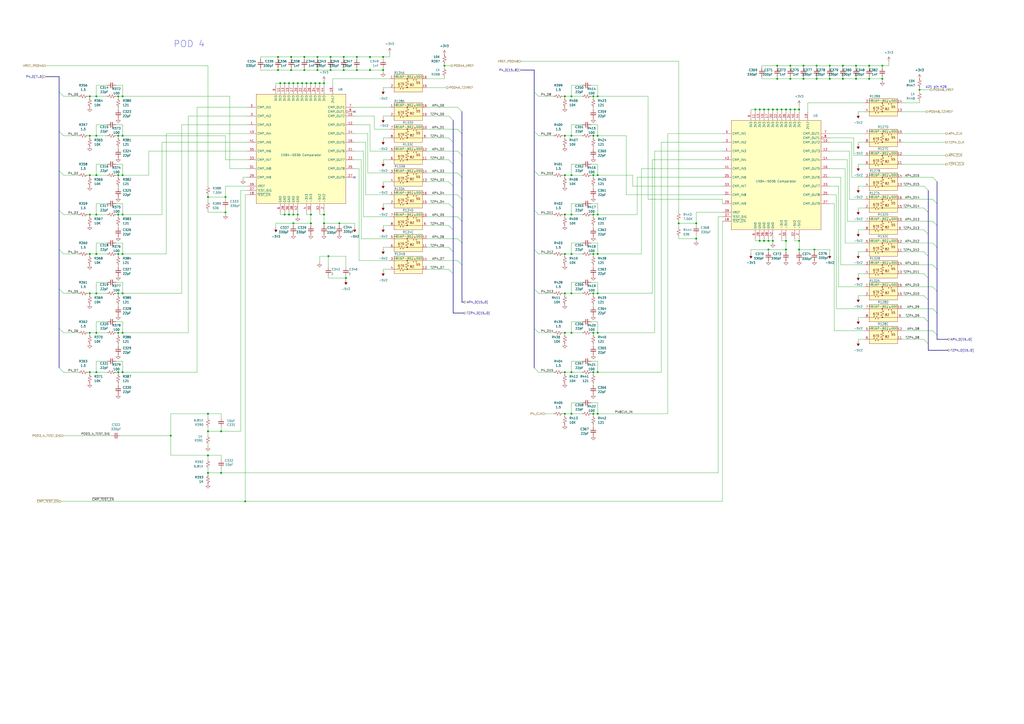
<source format=kicad_sch>
(kicad_sch (version 20250114) (generator "eeschema") (generator_version "9.0")
  (paper "A2")
  (text "POD 4" (at 109.728 25.654 0) (effects (font (size 3.81 3.81))))
  (text "U21 pin K26" (at 543.052 50.546 0) (effects (font (size 1.27 1.27))))
  (junction (at 346.71 55.88))
  (junction (at 55.88 170.18))
  (junction (at 120.65 264.16))
  (junction (at 191.77 40.64))
  (junction (at 344.17 55.88))
  (junction (at 222.25 40.64))
  (junction (at 445.77 63.5))
  (junction (at 455.93 139.7))
  (junction (at 466.09 45.72))
  (junction (at 445.77 139.7))
  (junction (at 52.07 124.46))
  (junction (at 55.88 193.04))
  (junction (at 130.81 123.19))
  (junction (at 257.81 38.1))
  (junction (at 327.66 55.88))
  (junction (at 128.27 274.32))
  (junction (at 488.95 38.1))
  (junction (at 344.17 215.9))
  (junction (at 130.81 114.3))
  (junction (at 214.63 40.64))
  (junction (at 463.55 63.5))
  (junction (at 450.85 63.5))
  (junction (at 170.18 129.54))
  (junction (at 327.66 240.03))
  (junction (at 511.81 45.72))
  (junction (at 165.1 124.46))
  (junction (at 344.17 193.04))
  (junction (at 344.17 147.32))
  (junction (at 71.12 215.9))
  (junction (at 473.71 38.1))
  (junction (at 346.71 124.46))
  (junction (at 443.23 63.5))
  (junction (at 168.91 40.64))
  (junction (at 331.47 101.6))
  (junction (at 161.29 33.02))
  (junction (at 448.31 63.5))
  (junction (at 71.12 124.46))
  (junction (at 199.39 33.02))
  (junction (at 214.63 33.02))
  (junction (at 344.17 240.03))
  (junction (at 481.33 45.72))
  (junction (at 346.71 101.6))
  (junction (at 52.07 170.18))
  (junction (at 403.86 138.43))
  (junction (at 170.18 124.46))
  (junction (at 68.58 101.6))
  (junction (at 445.77 144.78))
  (junction (at 331.47 240.03))
  (junction (at 68.58 215.9))
  (junction (at 52.07 147.32))
  (junction (at 346.71 193.04))
  (junction (at 207.01 33.02))
  (junction (at 346.71 170.18))
  (junction (at 344.17 124.46))
  (junction (at 142.24 290.83))
  (junction (at 184.15 40.64))
  (junction (at 222.25 33.02))
  (junction (at 533.4 52.07))
  (junction (at 331.47 193.04))
  (junction (at 68.58 147.32))
  (junction (at 120.65 274.32))
  (junction (at 504.19 38.1))
  (junction (at 458.47 38.1))
  (junction (at 71.12 193.04))
  (junction (at 167.64 124.46))
  (junction (at 331.47 147.32))
  (junction (at 55.88 147.32))
  (junction (at 200.66 161.29))
  (junction (at 68.58 78.74))
  (junction (at 196.85 129.54))
  (junction (at 438.15 63.5))
  (junction (at 463.55 139.7))
  (junction (at 473.71 45.72))
  (junction (at 52.07 215.9))
  (junction (at 448.31 139.7))
  (junction (at 440.69 139.7))
  (junction (at 458.47 63.5))
  (junction (at 344.17 170.18))
  (junction (at 472.44 144.78))
  (junction (at 346.71 147.32))
  (junction (at 455.93 63.5))
  (junction (at 481.33 38.1))
  (junction (at 52.07 193.04))
  (junction (at 52.07 78.74))
  (junction (at 344.17 101.6))
  (junction (at 393.7 129.54))
  (junction (at 167.64 48.26))
  (junction (at 55.88 101.6))
  (junction (at 496.57 45.72))
  (junction (at 450.85 45.72))
  (junction (at 440.69 63.5))
  (junction (at 187.96 48.26))
  (junction (at 120.65 240.03))
  (junction (at 55.88 55.88))
  (junction (at 190.5 148.59))
  (junction (at 327.66 147.32))
  (junction (at 68.58 55.88))
  (junction (at 55.88 124.46))
  (junction (at 453.39 63.5))
  (junction (at 71.12 78.74))
  (junction (at 172.72 48.26))
  (junction (at 331.47 215.9))
  (junction (at 180.34 129.54))
  (junction (at 327.66 78.74))
  (junction (at 327.66 101.6))
  (junction (at 71.12 55.88))
  (junction (at 55.88 215.9))
  (junction (at 180.34 48.26))
  (junction (at 168.91 33.02))
  (junction (at 99.06 252.73))
  (junction (at 176.53 40.64))
  (junction (at 182.88 48.26))
  (junction (at 199.39 40.64))
  (junction (at 331.47 170.18))
  (junction (at 120.65 114.3))
  (junction (at 450.85 38.1))
  (junction (at 68.58 124.46))
  (junction (at 327.66 124.46))
  (junction (at 344.17 78.74))
  (junction (at 403.86 129.54))
  (junction (at 161.29 40.64))
  (junction (at 71.12 101.6))
  (junction (at 120.65 250.19))
  (junction (at 71.12 147.32))
  (junction (at 466.09 38.1))
  (junction (at 331.47 55.88))
  (junction (at 443.23 139.7))
  (junction (at 327.66 170.18))
  (junction (at 165.1 48.26))
  (junction (at 327.66 193.04))
  (junction (at 176.53 33.02))
  (junction (at 170.18 48.26))
  (junction (at 458.47 45.72))
  (junction (at 71.12 170.18))
  (junction (at 346.71 240.03))
  (junction (at 346.71 78.74))
  (junction (at 327.66 215.9))
  (junction (at 346.71 215.9))
  (junction (at 68.58 170.18))
  (junction (at 496.57 38.1))
  (junction (at 175.26 48.26))
  (junction (at 207.01 40.64))
  (junction (at 463.55 144.78))
  (junction (at 331.47 78.74))
  (junction (at 331.47 124.46))
  (junction (at 68.58 193.04))
  (junction (at 52.07 55.88))
  (junction (at 504.19 45.72))
  (junction (at 191.77 33.02))
  (junction (at 128.27 250.19))
  (junction (at 180.34 124.46))
  (junction (at 511.81 38.1))
  (junction (at 172.72 124.46))
  (junction (at 162.56 48.26))
  (junction (at 55.88 78.74))
  (junction (at 488.95 45.72))
  (junction (at 187.96 124.46))
  (junction (at 177.8 48.26))
  (junction (at 187.96 129.54))
  (junction (at 52.07 101.6))
  (junction (at 184.15 33.02))
  (junction (at 455.93 144.78))
  (junction (at 185.42 48.26))
  (junction (at 461.01 63.5))
  (no_connect (at 205.74 64.77))
  (no_connect (at 205.74 102.87))
  (bus_entry (at 541.02 115.57) (size 2.54 2.54))
  (bus_entry (at 309.88 167.64) (size 2.54 2.54))
  (bus_entry (at 265.43 125.73) (size 2.54 2.54))
  (bus_entry (at 260.35 143.51) (size 2.54 2.54))
  (bus_entry (at 309.88 213.36) (size 2.54 2.54))
  (bus_entry (at 265.43 62.23) (size 2.54 2.54))
  (bus_entry (at 34.29 121.92) (size 2.54 2.54))
  (bus_entry (at 265.43 151.13) (size 2.54 2.54))
  (bus_entry (at 309.88 76.2) (size 2.54 2.54))
  (bus_entry (at 260.35 156.21) (size 2.54 2.54))
  (bus_entry (at 541.02 191.77) (size 2.54 2.54))
  (bus_entry (at 34.29 99.06) (size 2.54 2.54))
  (bus_entry (at 309.88 121.92) (size 2.54 2.54))
  (bus_entry (at 265.43 138.43) (size 2.54 2.54))
  (bus_entry (at 541.02 153.67) (size 2.54 2.54))
  (bus_entry (at 34.29 190.5) (size 2.54 2.54))
  (bus_entry (at 309.88 190.5) (size 2.54 2.54))
  (bus_entry (at 535.94 171.45) (size 2.54 2.54))
  (bus_entry (at 541.02 140.97) (size 2.54 2.54))
  (bus_entry (at 260.35 80.01) (size 2.54 2.54))
  (bus_entry (at 34.29 76.2) (size 2.54 2.54))
  (bus_entry (at 535.94 133.35) (size 2.54 2.54))
  (bus_entry (at 535.94 120.65) (size 2.54 2.54))
  (bus_entry (at 34.29 213.36) (size 2.54 2.54))
  (bus_entry (at 541.02 166.37) (size 2.54 2.54))
  (bus_entry (at 535.94 184.15) (size 2.54 2.54))
  (bus_entry (at 265.43 113.03) (size 2.54 2.54))
  (bus_entry (at 260.35 105.41) (size 2.54 2.54))
  (bus_entry (at 34.29 144.78) (size 2.54 2.54))
  (bus_entry (at 265.43 87.63) (size 2.54 2.54))
  (bus_entry (at 541.02 128.27) (size 2.54 2.54))
  (bus_entry (at 535.94 158.75) (size 2.54 2.54))
  (bus_entry (at 34.29 53.34) (size 2.54 2.54))
  (bus_entry (at 541.02 102.87) (size 2.54 2.54))
  (bus_entry (at 309.88 144.78) (size 2.54 2.54))
  (bus_entry (at 260.35 67.31) (size 2.54 2.54))
  (bus_entry (at 265.43 100.33) (size 2.54 2.54))
  (bus_entry (at 309.88 53.34) (size 2.54 2.54))
  (bus_entry (at 535.94 196.85) (size 2.54 2.54))
  (bus_entry (at 541.02 179.07) (size 2.54 2.54))
  (bus_entry (at 260.35 130.81) (size 2.54 2.54))
  (bus_entry (at 34.29 167.64) (size 2.54 2.54))
  (bus_entry (at 535.94 107.95) (size 2.54 2.54))
  (bus_entry (at 260.35 118.11) (size 2.54 2.54))
  (bus_entry (at 535.94 146.05) (size 2.54 2.54))
  (bus_entry (at 260.35 92.71) (size 2.54 2.54))
  (bus_entry (at 309.88 99.06) (size 2.54 2.54))
  (bus_entry (at 265.43 74.93) (size 2.54 2.54))
  (wire (pts (xy 312.42 78.74) (xy 321.31 78.74)))
  (wire (pts (xy 200.66 148.59) (xy 200.66 154.94)))
  (wire (pts (xy 210.82 87.63) (xy 210.82 125.73)))
  (wire (pts (xy 458.47 45.72) (xy 450.85 45.72)))
  (wire (pts (xy 130.81 120.65) (xy 130.81 123.19)))
  (wire (pts (xy 468.63 59.69) (xy 468.63 64.77)))
  (wire (pts (xy 548.64 95.25) (xy 523.24 95.25)))
  (wire (pts (xy 68.58 124.46) (xy 71.12 124.46)))
  (wire (pts (xy 473.71 38.1) (xy 473.71 39.37)))
  (wire (pts (xy 455.93 144.78) (xy 445.77 144.78)))
  (wire (pts (xy 403.86 129.54) (xy 403.86 123.19)))
  (wire (pts (xy 533.4 59.69) (xy 523.24 59.69)))
  (wire (pts (xy 445.77 63.5) (xy 443.23 63.5)))
  (wire (pts (xy 214.63 40.64) (xy 214.63 39.37)))
  (wire (pts (xy 205.74 82.55) (xy 212.09 82.55)))
  (wire (pts (xy 205.74 87.63) (xy 210.82 87.63)))
  (wire (pts (xy 260.35 156.21) (xy 247.65 156.21)))
  (wire (pts (xy 120.65 271.78) (xy 120.65 274.32)))
  (wire (pts (xy 344.17 170.18) (xy 344.17 171.45)))
  (wire (pts (xy 105.41 72.39) (xy 143.51 72.39)))
  (wire (pts (xy 36.83 101.6) (xy 45.72 101.6)))
  (wire (pts (xy 453.39 63.5) (xy 453.39 64.77)))
  (wire (pts (xy 495.3 80.01) (xy 481.33 80.01)))
  (wire (pts (xy 128.27 242.57) (xy 128.27 240.03)))
  (wire (pts (xy 55.88 209.55) (xy 62.23 209.55)))
  (wire (pts (xy 45.72 170.18) (xy 36.83 170.18)))
  (wire (pts (xy 450.85 45.72) (xy 450.85 44.45)))
  (bus (pts (xy 543.56 168.91) (xy 543.56 156.21)))
  (wire (pts (xy 344.17 246.38) (xy 344.17 247.65)))
  (wire (pts (xy 346.71 163.83) (xy 346.71 170.18)))
  (wire (pts (xy 443.23 138.43) (xy 443.23 139.7)))
  (wire (pts (xy 208.28 97.79) (xy 208.28 151.13)))
  (wire (pts (xy 344.17 55.88) (xy 346.71 55.88)))
  (bus (pts (xy 538.48 173.99) (xy 538.48 161.29)))
  (wire (pts (xy 312.42 170.18) (xy 321.31 170.18)))
  (wire (pts (xy 226.06 50.8) (xy 222.25 50.8)))
  (wire (pts (xy 327.66 124.46) (xy 327.66 125.73)))
  (wire (pts (xy 55.88 215.9) (xy 62.23 215.9)))
  (wire (pts (xy 170.18 48.26) (xy 170.18 49.53)))
  (wire (pts (xy 331.47 49.53) (xy 337.82 49.53)))
  (wire (pts (xy 71.12 95.25) (xy 71.12 101.6)))
  (wire (pts (xy 222.25 106.68) (xy 222.25 105.41)))
  (wire (pts (xy 45.72 193.04) (xy 36.83 193.04)))
  (wire (pts (xy 68.58 199.39) (xy 68.58 200.66)))
  (bus (pts (xy 267.97 64.77) (xy 267.97 77.47)))
  (wire (pts (xy 172.72 124.46) (xy 170.18 124.46)))
  (wire (pts (xy 535.94 158.75) (xy 523.24 158.75)))
  (wire (pts (xy 71.12 215.9) (xy 114.3 215.9)))
  (wire (pts (xy 68.58 170.18) (xy 68.58 171.45)))
  (wire (pts (xy 109.22 67.31) (xy 143.51 67.31)))
  (wire (pts (xy 55.88 140.97) (xy 62.23 140.97)))
  (wire (pts (xy 26.67 38.1) (xy 120.65 38.1)))
  (wire (pts (xy 331.47 118.11) (xy 337.82 118.11)))
  (bus (pts (xy 538.48 186.69) (xy 538.48 173.99)))
  (wire (pts (xy 393.7 35.56) (xy 302.26 35.56)))
  (wire (pts (xy 260.35 105.41) (xy 247.65 105.41)))
  (wire (pts (xy 367.03 107.95) (xy 419.1 107.95)))
  (wire (pts (xy 260.35 80.01) (xy 247.65 80.01)))
  (wire (pts (xy 346.71 95.25) (xy 346.71 101.6)))
  (wire (pts (xy 346.71 101.6) (xy 367.03 101.6)))
  (wire (pts (xy 463.55 63.5) (xy 463.55 64.77)))
  (wire (pts (xy 458.47 38.1) (xy 458.47 39.37)))
  (wire (pts (xy 488.95 45.72) (xy 488.95 44.45)))
  (wire (pts (xy 488.95 38.1) (xy 488.95 39.37)))
  (wire (pts (xy 187.96 130.81) (xy 187.96 129.54)))
  (bus (pts (xy 543.56 194.31) (xy 543.56 196.85)))
  (wire (pts (xy 130.81 114.3) (xy 130.81 107.95)))
  (wire (pts (xy 55.88 118.11) (xy 62.23 118.11)))
  (wire (pts (xy 265.43 125.73) (xy 247.65 125.73)))
  (wire (pts (xy 55.88 163.83) (xy 55.88 170.18)))
  (wire (pts (xy 342.9 186.69) (xy 346.71 186.69)))
  (wire (pts (xy 504.19 38.1) (xy 504.19 39.37)))
  (wire (pts (xy 369.57 124.46) (xy 369.57 102.87)))
  (wire (pts (xy 494.03 82.55) (xy 481.33 82.55)))
  (wire (pts (xy 180.34 48.26) (xy 180.34 49.53)))
  (wire (pts (xy 205.74 97.79) (xy 208.28 97.79)))
  (wire (pts (xy 55.88 209.55) (xy 55.88 215.9)))
  (wire (pts (xy 331.47 118.11) (xy 331.47 124.46)))
  (bus (pts (xy 34.29 76.2) (xy 34.29 99.06)))
  (wire (pts (xy 50.8 147.32) (xy 52.07 147.32)))
  (bus (pts (xy 267.97 175.26) (xy 269.24 175.26)))
  (wire (pts (xy 496.57 45.72) (xy 504.19 45.72)))
  (wire (pts (xy 466.09 38.1) (xy 458.47 38.1)))
  (wire (pts (xy 162.56 48.26) (xy 162.56 49.53)))
  (wire (pts (xy 120.65 114.3) (xy 120.65 116.84)))
  (wire (pts (xy 36.83 147.32) (xy 45.72 147.32)))
  (wire (pts (xy 207.01 40.64) (xy 207.01 39.37)))
  (wire (pts (xy 214.63 40.64) (xy 207.01 40.64)))
  (wire (pts (xy 200.66 160.02) (xy 200.66 161.29)))
  (wire (pts (xy 440.69 63.5) (xy 440.69 64.77)))
  (wire (pts (xy 378.46 92.71) (xy 419.1 92.71)))
  (wire (pts (xy 416.56 274.32) (xy 416.56 125.73)))
  (wire (pts (xy 120.65 240.03) (xy 99.06 240.03)))
  (wire (pts (xy 367.03 107.95) (xy 367.03 101.6)))
  (wire (pts (xy 492.76 115.57) (xy 492.76 87.63)))
  (wire (pts (xy 331.47 72.39) (xy 331.47 78.74)))
  (bus (pts (xy 543.56 156.21) (xy 543.56 143.51)))
  (wire (pts (xy 383.54 82.55) (xy 419.1 82.55)))
  (wire (pts (xy 226.06 30.48) (xy 226.06 33.02)))
  (wire (pts (xy 68.58 153.67) (xy 68.58 154.94)))
  (wire (pts (xy 438.15 63.5) (xy 435.61 63.5)))
  (wire (pts (xy 52.07 215.9) (xy 55.88 215.9)))
  (wire (pts (xy 67.31 124.46) (xy 68.58 124.46)))
  (wire (pts (xy 128.27 271.78) (xy 128.27 274.32)))
  (wire (pts (xy 139.7 110.49) (xy 139.7 250.19)))
  (wire (pts (xy 168.91 40.64) (xy 168.91 39.37)))
  (wire (pts (xy 450.85 63.5) (xy 448.31 63.5)))
  (wire (pts (xy 205.74 77.47) (xy 213.36 77.47)))
  (wire (pts (xy 226.06 87.63) (xy 214.63 87.63)))
  (wire (pts (xy 331.47 193.04) (xy 337.82 193.04)))
  (wire (pts (xy 210.82 125.73) (xy 226.06 125.73)))
  (wire (pts (xy 463.55 139.7) (xy 461.01 139.7)))
  (wire (pts (xy 497.84 121.92) (xy 497.84 120.65)))
  (wire (pts (xy 346.71 147.32) (xy 372.11 147.32)))
  (wire (pts (xy 331.47 78.74) (xy 337.82 78.74)))
  (wire (pts (xy 379.73 193.04) (xy 346.71 193.04)))
  (wire (pts (xy 535.94 133.35) (xy 523.24 133.35)))
  (wire (pts (xy 501.65 102.87) (xy 494.03 102.87)))
  (bus (pts (xy 34.29 167.64) (xy 34.29 190.5)))
  (wire (pts (xy 120.65 123.19) (xy 120.65 121.92)))
  (wire (pts (xy 226.06 118.11) (xy 222.25 118.11)))
  (wire (pts (xy 342.9 49.53) (xy 346.71 49.53)))
  (wire (pts (xy 342.9 147.32) (xy 344.17 147.32)))
  (wire (pts (xy 327.66 240.03) (xy 331.47 240.03)))
  (wire (pts (xy 226.06 105.41) (xy 222.25 105.41)))
  (wire (pts (xy 165.1 48.26) (xy 165.1 49.53)))
  (wire (pts (xy 487.68 153.67) (xy 487.68 102.87)))
  (wire (pts (xy 165.1 124.46) (xy 162.56 124.46)))
  (wire (pts (xy 548.64 90.17) (xy 523.24 90.17)))
  (wire (pts (xy 140.97 104.14) (xy 140.97 102.87)))
  (wire (pts (xy 387.35 240.03) (xy 387.35 77.47)))
  (bus (pts (xy 262.89 95.25) (xy 262.89 107.95)))
  (bus (pts (xy 262.89 120.65) (xy 262.89 133.35)))
  (wire (pts (xy 403.86 129.54) (xy 403.86 130.81)))
  (bus (pts (xy 309.88 40.64) (xy 309.88 53.34)))
  (wire (pts (xy 68.58 170.18) (xy 71.12 170.18)))
  (wire (pts (xy 342.9 101.6) (xy 344.17 101.6)))
  (wire (pts (xy 342.9 55.88) (xy 344.17 55.88)))
  (wire (pts (xy 68.58 147.32) (xy 71.12 147.32)))
  (wire (pts (xy 257.81 44.45) (xy 257.81 45.72)))
  (wire (pts (xy 455.93 63.5) (xy 453.39 63.5)))
  (wire (pts (xy 495.3 90.17) (xy 495.3 80.01)))
  (bus (pts (xy 309.88 99.06) (xy 309.88 121.92)))
  (wire (pts (xy 120.65 250.19) (xy 120.65 247.65)))
  (wire (pts (xy 438.15 139.7) (xy 438.15 138.43)))
  (wire (pts (xy 207.01 40.64) (xy 199.39 40.64)))
  (wire (pts (xy 50.8 101.6) (xy 52.07 101.6)))
  (wire (pts (xy 68.58 176.53) (xy 68.58 177.8)))
  (wire (pts (xy 331.47 55.88) (xy 337.82 55.88)))
  (wire (pts (xy 160.02 129.54) (xy 170.18 129.54)))
  (wire (pts (xy 172.72 48.26) (xy 170.18 48.26)))
  (wire (pts (xy 50.8 215.9) (xy 52.07 215.9)))
  (wire (pts (xy 176.53 33.02) (xy 168.91 33.02)))
  (wire (pts (xy 120.65 113.03) (xy 120.65 114.3)))
  (wire (pts (xy 331.47 95.25) (xy 337.82 95.25)))
  (wire (pts (xy 180.34 129.54) (xy 180.34 130.81)))
  (wire (pts (xy 363.22 78.74) (xy 363.22 113.03)))
  (wire (pts (xy 128.27 250.19) (xy 128.27 247.65)))
  (wire (pts (xy 55.88 118.11) (xy 55.88 124.46)))
  (wire (pts (xy 419.1 118.11) (xy 419.1 115.57)))
  (wire (pts (xy 36.83 124.46) (xy 45.72 124.46)))
  (wire (pts (xy 142.24 113.03) (xy 143.51 113.03)))
  (wire (pts (xy 393.7 123.19) (xy 393.7 35.56)))
  (wire (pts (xy 331.47 163.83) (xy 331.47 170.18)))
  (wire (pts (xy 344.17 85.09) (xy 344.17 86.36)))
  (wire (pts (xy 511.81 45.72) (xy 511.81 44.45)))
  (wire (pts (xy 160.02 48.26) (xy 160.02 49.53)))
  (bus (pts (xy 267.97 90.17) (xy 267.97 102.87)))
  (wire (pts (xy 541.02 140.97) (xy 523.24 140.97)))
  (wire (pts (xy 67.31 78.74) (xy 68.58 78.74)))
  (wire (pts (xy 441.96 38.1) (xy 441.96 39.37)))
  (wire (pts (xy 497.84 185.42) (xy 497.84 184.15)))
  (wire (pts (xy 68.58 215.9) (xy 71.12 215.9)))
  (wire (pts (xy 199.39 33.02) (xy 191.77 33.02)))
  (wire (pts (xy 187.96 48.26) (xy 187.96 49.53)))
  (wire (pts (xy 130.81 123.19) (xy 130.81 124.46)))
  (bus (pts (xy 267.97 128.27) (xy 267.97 140.97)))
  (wire (pts (xy 226.06 45.72) (xy 193.04 45.72)))
  (wire (pts (xy 185.42 48.26) (xy 185.42 49.53)))
  (wire (pts (xy 260.35 143.51) (xy 247.65 143.51)))
  (wire (pts (xy 497.84 96.52) (xy 497.84 95.25)))
  (wire (pts (xy 548.64 77.47) (xy 523.24 77.47)))
  (wire (pts (xy 67.31 170.18) (xy 68.58 170.18)))
  (wire (pts (xy 455.93 139.7) (xy 453.39 139.7)))
  (wire (pts (xy 226.06 138.43) (xy 209.55 138.43)))
  (wire (pts (xy 217.17 67.31) (xy 217.17 74.93)))
  (wire (pts (xy 466.09 45.72) (xy 458.47 45.72)))
  (wire (pts (xy 383.54 215.9) (xy 383.54 82.55)))
  (wire (pts (xy 326.39 170.18) (xy 327.66 170.18)))
  (wire (pts (xy 342.9 240.03) (xy 344.17 240.03)))
  (wire (pts (xy 257.81 38.1) (xy 257.81 36.83)))
  (wire (pts (xy 393.7 129.54) (xy 403.86 129.54)))
  (wire (pts (xy 327.66 193.04) (xy 331.47 193.04)))
  (wire (pts (xy 196.85 129.54) (xy 196.85 130.81)))
  (wire (pts (xy 52.07 78.74) (xy 55.88 78.74)))
  (wire (pts (xy 346.71 118.11) (xy 346.71 124.46)))
  (wire (pts (xy 50.8 124.46) (xy 52.07 124.46)))
  (wire (pts (xy 68.58 62.23) (xy 68.58 63.5)))
  (wire (pts (xy 497.84 160.02) (xy 497.84 158.75)))
  (wire (pts (xy 533.4 52.07) (xy 533.4 50.8)))
  (wire (pts (xy 99.06 252.73) (xy 99.06 264.16)))
  (wire (pts (xy 52.07 101.6) (xy 52.07 102.87)))
  (wire (pts (xy 455.93 144.78) (xy 455.93 139.7)))
  (wire (pts (xy 68.58 107.95) (xy 68.58 109.22)))
  (wire (pts (xy 497.84 109.22) (xy 497.84 107.95)))
  (wire (pts (xy 35.56 290.83) (xy 142.24 290.83)))
  (wire (pts (xy 71.12 170.18) (xy 105.41 170.18)))
  (wire (pts (xy 199.39 33.02) (xy 199.39 34.29)))
  (wire (pts (xy 68.58 147.32) (xy 68.58 148.59)))
  (wire (pts (xy 327.66 55.88) (xy 327.66 57.15)))
  (wire (pts (xy 52.07 55.88) (xy 55.88 55.88)))
  (wire (pts (xy 327.66 240.03) (xy 327.66 241.3)))
  (wire (pts (xy 151.13 34.29) (xy 151.13 33.02)))
  (wire (pts (xy 114.3 62.23) (xy 114.3 215.9)))
  (wire (pts (xy 185.42 148.59) (xy 190.5 148.59)))
  (wire (pts (xy 71.12 193.04) (xy 109.22 193.04)))
  (wire (pts (xy 191.77 40.64) (xy 184.15 40.64)))
  (wire (pts (xy 342.9 215.9) (xy 344.17 215.9)))
  (wire (pts (xy 448.31 63.5) (xy 445.77 63.5)))
  (wire (pts (xy 535.94 120.65) (xy 523.24 120.65)))
  (wire (pts (xy 176.53 40.64) (xy 176.53 39.37)))
  (wire (pts (xy 187.96 48.26) (xy 185.42 48.26)))
  (wire (pts (xy 403.86 135.89) (xy 403.86 138.43)))
  (bus (pts (xy 543.56 196.85) (xy 549.91 196.85)))
  (bus (pts (xy 538.48 199.39) (xy 538.48 186.69)))
  (wire (pts (xy 472.44 144.78) (xy 463.55 144.78)))
  (wire (pts (xy 55.88 101.6) (xy 62.23 101.6)))
  (wire (pts (xy 36.83 252.73) (xy 64.77 252.73)))
  (wire (pts (xy 483.87 191.77) (xy 483.87 118.11)))
  (wire (pts (xy 130.81 114.3) (xy 130.81 115.57)))
  (wire (pts (xy 342.9 78.74) (xy 344.17 78.74)))
  (bus (pts (xy 262.89 69.85) (xy 262.89 82.55)))
  (wire (pts (xy 326.39 215.9) (xy 327.66 215.9)))
  (wire (pts (xy 55.88 55.88) (xy 62.23 55.88)))
  (wire (pts (xy 346.71 186.69) (xy 346.71 193.04)))
  (wire (pts (xy 342.9 163.83) (xy 346.71 163.83)))
  (wire (pts (xy 492.76 115.57) (xy 501.65 115.57)))
  (bus (pts (xy 538.48 148.59) (xy 538.48 135.89)))
  (wire (pts (xy 344.17 147.32) (xy 346.71 147.32)))
  (wire (pts (xy 109.22 67.31) (xy 109.22 193.04)))
  (wire (pts (xy 68.58 78.74) (xy 68.58 80.01)))
  (wire (pts (xy 105.41 72.39) (xy 105.41 170.18)))
  (bus (pts (xy 309.88 76.2) (xy 309.88 99.06)))
  (wire (pts (xy 490.22 97.79) (xy 481.33 97.79)))
  (bus (pts (xy 34.29 53.34) (xy 34.29 76.2)))
  (wire (pts (xy 114.3 62.23) (xy 143.51 62.23)))
  (wire (pts (xy 346.71 170.18) (xy 378.46 170.18)))
  (wire (pts (xy 443.23 63.5) (xy 440.69 63.5)))
  (wire (pts (xy 331.47 147.32) (xy 337.82 147.32)))
  (wire (pts (xy 488.95 45.72) (xy 481.33 45.72)))
  (wire (pts (xy 331.47 140.97) (xy 337.82 140.97)))
  (wire (pts (xy 501.65 77.47) (xy 481.33 77.47)))
  (wire (pts (xy 327.66 170.18) (xy 331.47 170.18)))
  (bus (pts (xy 267.97 153.67) (xy 267.97 175.26)))
  (wire (pts (xy 344.17 107.95) (xy 344.17 109.22)))
  (wire (pts (xy 55.88 124.46) (xy 62.23 124.46)))
  (wire (pts (xy 214.63 33.02) (xy 207.01 33.02)))
  (wire (pts (xy 120.65 242.57) (xy 120.65 240.03)))
  (wire (pts (xy 52.07 124.46) (xy 55.88 124.46)))
  (wire (pts (xy 327.66 215.9) (xy 331.47 215.9)))
  (wire (pts (xy 372.11 97.79) (xy 419.1 97.79)))
  (wire (pts (xy 453.39 63.5) (xy 450.85 63.5)))
  (bus (pts (xy 309.88 144.78) (xy 309.88 167.64)))
  (wire (pts (xy 533.4 58.42) (xy 533.4 59.69)))
  (wire (pts (xy 486.41 107.95) (xy 481.33 107.95)))
  (wire (pts (xy 162.56 124.46) (xy 162.56 123.19)))
  (wire (pts (xy 342.9 170.18) (xy 344.17 170.18)))
  (wire (pts (xy 175.26 48.26) (xy 175.26 49.53)))
  (wire (pts (xy 346.71 49.53) (xy 346.71 55.88)))
  (wire (pts (xy 55.88 95.25) (xy 55.88 101.6)))
  (wire (pts (xy 441.96 44.45) (xy 441.96 45.72)))
  (wire (pts (xy 344.17 215.9) (xy 344.17 217.17)))
  (wire (pts (xy 491.49 128.27) (xy 491.49 92.71)))
  (wire (pts (xy 541.02 102.87) (xy 523.24 102.87)))
  (wire (pts (xy 213.36 77.47) (xy 213.36 100.33)))
  (wire (pts (xy 55.88 186.69) (xy 55.88 193.04)))
  (wire (pts (xy 346.71 55.88) (xy 375.92 55.88)))
  (wire (pts (xy 344.17 78.74) (xy 346.71 78.74)))
  (wire (pts (xy 55.88 72.39) (xy 55.88 78.74)))
  (wire (pts (xy 36.83 78.74) (xy 45.72 78.74)))
  (wire (pts (xy 120.65 240.03) (xy 128.27 240.03)))
  (wire (pts (xy 68.58 130.81) (xy 68.58 132.08)))
  (wire (pts (xy 222.25 52.07) (xy 222.25 50.8)))
  (wire (pts (xy 52.07 78.74) (xy 52.07 80.01)))
  (wire (pts (xy 265.43 113.03) (xy 247.65 113.03)))
  (wire (pts (xy 172.72 124.46) (xy 172.72 125.73)))
  (wire (pts (xy 214.63 33.02) (xy 214.63 34.29)))
  (wire (pts (xy 485.14 113.03) (xy 481.33 113.03)))
  (wire (pts (xy 501.65 140.97) (xy 490.22 140.97)))
  (wire (pts (xy 55.88 95.25) (xy 62.23 95.25)))
  (wire (pts (xy 222.25 40.64) (xy 222.25 41.91)))
  (wire (pts (xy 383.54 215.9) (xy 346.71 215.9)))
  (wire (pts (xy 52.07 170.18) (xy 55.88 170.18)))
  (wire (pts (xy 120.65 114.3) (xy 130.81 114.3)))
  (wire (pts (xy 326.39 78.74) (xy 327.66 78.74)))
  (wire (pts (xy 196.85 129.54) (xy 187.96 129.54)))
  (wire (pts (xy 222.25 68.58) (xy 222.25 67.31)))
  (wire (pts (xy 68.58 78.74) (xy 71.12 78.74)))
  (wire (pts (xy 71.12 118.11) (xy 71.12 124.46)))
  (wire (pts (xy 344.17 176.53) (xy 344.17 177.8)))
  (wire (pts (xy 504.19 38.1) (xy 511.81 38.1)))
  (bus (pts (xy 538.48 199.39) (xy 538.48 203.2)))
  (wire (pts (xy 226.06 130.81) (xy 222.25 130.81)))
  (wire (pts (xy 331.47 209.55) (xy 331.47 215.9)))
  (wire (pts (xy 448.31 63.5) (xy 448.31 64.77)))
  (wire (pts (xy 170.18 129.54) (xy 170.18 130.81)))
  (wire (pts (xy 52.07 215.9) (xy 52.07 217.17)))
  (wire (pts (xy 450.85 38.1) (xy 450.85 39.37)))
  (wire (pts (xy 541.02 179.07) (xy 523.24 179.07)))
  (wire (pts (xy 226.06 156.21) (xy 222.25 156.21)))
  (wire (pts (xy 205.74 67.31) (xy 217.17 67.31)))
  (wire (pts (xy 458.47 63.5) (xy 455.93 63.5)))
  (wire (pts (xy 187.96 46.99) (xy 187.96 48.26)))
  (wire (pts (xy 214.63 72.39) (xy 214.63 87.63)))
  (wire (pts (xy 535.94 107.95) (xy 523.24 107.95)))
  (wire (pts (xy 393.7 129.54) (xy 393.7 132.08)))
  (wire (pts (xy 501.65 179.07) (xy 485.14 179.07)))
  (wire (pts (xy 142.24 290.83) (xy 419.1 290.83)))
  (wire (pts (xy 466.09 45.72) (xy 466.09 44.45)))
  (wire (pts (xy 327.66 78.74) (xy 331.47 78.74)))
  (wire (pts (xy 327.66 124.46) (xy 331.47 124.46)))
  (wire (pts (xy 222.25 157.48) (xy 222.25 156.21)))
  (wire (pts (xy 93.98 82.55) (xy 93.98 124.46)))
  (wire (pts (xy 167.64 123.19) (xy 167.64 124.46)))
  (wire (pts (xy 331.47 140.97) (xy 331.47 147.32)))
  (wire (pts (xy 190.5 148.59) (xy 200.66 148.59)))
  (wire (pts (xy 539.75 52.07) (xy 533.4 52.07)))
  (wire (pts (xy 448.31 138.43) (xy 448.31 139.7)))
  (wire (pts (xy 312.42 215.9) (xy 321.31 215.9)))
  (wire (pts (xy 481.33 45.72) (xy 473.71 45.72)))
  (wire (pts (xy 455.93 144.78) (xy 455.93 146.05)))
  (bus (pts (xy 262.89 107.95) (xy 262.89 120.65)))
  (wire (pts (xy 257.81 45.72) (xy 247.65 45.72)))
  (wire (pts (xy 68.58 222.25) (xy 68.58 223.52)))
  (wire (pts (xy 165.1 48.26) (xy 162.56 48.26)))
  (wire (pts (xy 151.13 33.02) (xy 161.29 33.02)))
  (wire (pts (xy 259.08 50.8) (xy 247.65 50.8)))
  (wire (pts (xy 176.53 33.02) (xy 176.53 34.29)))
  (wire (pts (xy 331.47 163.83) (xy 337.82 163.83)))
  (wire (pts (xy 327.66 147.32) (xy 327.66 148.59)))
  (wire (pts (xy 205.74 62.23) (xy 226.06 62.23)))
  (wire (pts (xy 180.34 48.26) (xy 177.8 48.26)))
  (wire (pts (xy 344.17 101.6) (xy 346.71 101.6)))
  (wire (pts (xy 403.86 138.43) (xy 393.7 138.43)))
  (wire (pts (xy 93.98 82.55) (xy 143.51 82.55)))
  (wire (pts (xy 55.88 140.97) (xy 55.88 147.32)))
  (wire (pts (xy 50.8 55.88) (xy 52.07 55.88)))
  (wire (pts (xy 265.43 151.13) (xy 247.65 151.13)))
  (wire (pts (xy 133.35 97.79) (xy 133.35 55.88)))
  (wire (pts (xy 160.02 132.08) (xy 160.02 129.54)))
  (wire (pts (xy 461.01 63.5) (xy 458.47 63.5)))
  (wire (pts (xy 151.13 40.64) (xy 161.29 40.64)))
  (wire (pts (xy 419.1 113.03) (xy 363.22 113.03)))
  (bus (pts (xy 262.89 158.75) (xy 262.89 181.61)))
  (wire (pts (xy 486.41 166.37) (xy 486.41 107.95)))
  (wire (pts (xy 222.25 132.08) (xy 222.25 130.81)))
  (wire (pts (xy 86.36 87.63) (xy 143.51 87.63)))
  (bus (pts (xy 267.97 140.97) (xy 267.97 153.67)))
  (wire (pts (xy 344.17 170.18) (xy 346.71 170.18)))
  (wire (pts (xy 151.13 39.37) (xy 151.13 40.64)))
  (wire (pts (xy 184.15 33.02) (xy 184.15 34.29)))
  (wire (pts (xy 461.01 63.5) (xy 461.01 64.77)))
  (wire (pts (xy 331.47 233.68) (xy 337.82 233.68)))
  (wire (pts (xy 312.42 124.46) (xy 321.31 124.46)))
  (wire (pts (xy 86.36 101.6) (xy 71.12 101.6)))
  (wire (pts (xy 199.39 40.64) (xy 199.39 39.37)))
  (bus (pts (xy 538.48 123.19) (xy 538.48 110.49)))
  (wire (pts (xy 501.65 196.85) (xy 497.84 196.85)))
  (wire (pts (xy 331.47 186.69) (xy 331.47 193.04)))
  (wire (pts (xy 172.72 48.26) (xy 172.72 49.53)))
  (bus (pts (xy 26.67 44.45) (xy 34.29 44.45)))
  (wire (pts (xy 167.64 48.26) (xy 165.1 48.26)))
  (wire (pts (xy 142.24 113.03) (xy 142.24 290.83)))
  (wire (pts (xy 226.06 143.51) (xy 222.25 143.51)))
  (wire (pts (xy 184.15 40.64) (xy 176.53 40.64)))
  (wire (pts (xy 497.84 172.72) (xy 497.84 171.45)))
  (wire (pts (xy 257.81 39.37) (xy 257.81 38.1)))
  (wire (pts (xy 326.39 193.04) (xy 327.66 193.04)))
  (wire (pts (xy 497.84 198.12) (xy 497.84 196.85)))
  (wire (pts (xy 331.47 170.18) (xy 337.82 170.18)))
  (wire (pts (xy 331.47 72.39) (xy 337.82 72.39)))
  (wire (pts (xy 455.93 63.5) (xy 455.93 64.77)))
  (wire (pts (xy 120.65 274.32) (xy 128.27 274.32)))
  (wire (pts (xy 448.31 139.7) (xy 445.77 139.7)))
  (wire (pts (xy 209.55 92.71) (xy 209.55 138.43)))
  (bus (pts (xy 34.29 121.92) (xy 34.29 144.78)))
  (wire (pts (xy 120.65 107.95) (xy 120.65 38.1)))
  (wire (pts (xy 68.58 55.88) (xy 71.12 55.88)))
  (wire (pts (xy 222.25 40.64) (xy 222.25 39.37)))
  (wire (pts (xy 67.31 193.04) (xy 68.58 193.04)))
  (wire (pts (xy 68.58 124.46) (xy 68.58 125.73)))
  (bus (pts (xy 262.89 133.35) (xy 262.89 146.05)))
  (wire (pts (xy 55.88 78.74) (xy 62.23 78.74)))
  (wire (pts (xy 403.86 138.43) (xy 403.86 139.7)))
  (wire (pts (xy 120.65 275.59) (xy 120.65 274.32)))
  (wire (pts (xy 212.09 82.55) (xy 212.09 113.03)))
  (wire (pts (xy 541.02 153.67) (xy 523.24 153.67)))
  (wire (pts (xy 226.06 92.71) (xy 222.25 92.71)))
  (wire (pts (xy 346.71 209.55) (xy 346.71 215.9)))
  (wire (pts (xy 346.71 140.97) (xy 346.71 147.32)))
  (bus (pts (xy 309.88 53.34) (xy 309.88 76.2)))
  (wire (pts (xy 344.17 78.74) (xy 344.17 80.01)))
  (wire (pts (xy 68.58 101.6) (xy 71.12 101.6)))
  (wire (pts (xy 168.91 33.02) (xy 168.91 34.29)))
  (wire (pts (xy 344.17 215.9) (xy 346.71 215.9)))
  (wire (pts (xy 143.51 97.79) (xy 133.35 97.79)))
  (wire (pts (xy 321.31 55.88) (xy 312.42 55.88)))
  (wire (pts (xy 185.42 152.4) (xy 185.42 148.59)))
  (wire (pts (xy 187.96 124.46) (xy 187.96 123.19)))
  (wire (pts (xy 52.07 147.32) (xy 55.88 147.32)))
  (wire (pts (xy 379.73 193.04) (xy 379.73 87.63)))
  (wire (pts (xy 55.88 72.39) (xy 62.23 72.39)))
  (wire (pts (xy 265.43 74.93) (xy 247.65 74.93)))
  (wire (pts (xy 226.06 67.31) (xy 222.25 67.31)))
  (wire (pts (xy 419.1 128.27) (xy 419.1 290.83)))
  (wire (pts (xy 316.23 240.03) (xy 321.31 240.03)))
  (wire (pts (xy 481.33 45.72) (xy 481.33 44.45)))
  (bus (pts (xy 538.48 135.89) (xy 538.48 123.19)))
  (wire (pts (xy 496.57 45.72) (xy 496.57 44.45)))
  (wire (pts (xy 535.94 196.85) (xy 523.24 196.85)))
  (wire (pts (xy 140.97 102.87) (xy 143.51 102.87)))
  (wire (pts (xy 463.55 63.5) (xy 461.01 63.5)))
  (wire (pts (xy 128.27 274.32) (xy 416.56 274.32)))
  (wire (pts (xy 168.91 40.64) (xy 161.29 40.64)))
  (wire (pts (xy 344.17 62.23) (xy 344.17 63.5)))
  (wire (pts (xy 180.34 129.54) (xy 180.34 124.46)))
  (wire (pts (xy 463.55 139.7) (xy 463.55 138.43)))
  (wire (pts (xy 327.66 215.9) (xy 327.66 217.17)))
  (wire (pts (xy 416.56 125.73) (xy 419.1 125.73)))
  (wire (pts (xy 463.55 144.78) (xy 463.55 139.7)))
  (wire (pts (xy 199.39 40.64) (xy 191.77 40.64)))
  (wire (pts (xy 222.25 119.38) (xy 222.25 118.11)))
  (wire (pts (xy 71.12 186.69) (xy 71.12 193.04)))
  (wire (pts (xy 68.58 85.09) (xy 68.58 86.36)))
  (wire (pts (xy 96.52 77.47) (xy 143.51 77.47)))
  (wire (pts (xy 481.33 38.1) (xy 481.33 39.37)))
  (wire (pts (xy 501.65 59.69) (xy 468.63 59.69)))
  (wire (pts (xy 222.25 33.02) (xy 214.63 33.02)))
  (wire (pts (xy 260.35 118.11) (xy 247.65 118.11)))
  (wire (pts (xy 481.33 147.32) (xy 481.33 144.78)))
  (wire (pts (xy 170.18 124.46) (xy 167.64 124.46)))
  (wire (pts (xy 496.57 38.1) (xy 504.19 38.1)))
  (wire (pts (xy 55.88 186.69) (xy 62.23 186.69)))
  (wire (pts (xy 497.84 95.25) (xy 501.65 95.25)))
  (wire (pts (xy 445.77 144.78) (xy 445.77 146.05)))
  (wire (pts (xy 344.17 240.03) (xy 344.17 241.3)))
  (wire (pts (xy 487.68 102.87) (xy 481.33 102.87)))
  (wire (pts (xy 419.1 123.19) (xy 403.86 123.19)))
  (wire (pts (xy 346.71 233.68) (xy 346.71 240.03)))
  (wire (pts (xy 342.9 193.04) (xy 344.17 193.04)))
  (wire (pts (xy 375.92 55.88) (xy 375.92 115.57)))
  (wire (pts (xy 67.31 72.39) (xy 71.12 72.39)))
  (wire (pts (xy 515.62 38.1) (xy 511.81 38.1)))
  (wire (pts (xy 222.25 144.78) (xy 222.25 143.51)))
  (wire (pts (xy 445.77 139.7) (xy 443.23 139.7)))
  (wire (pts (xy 363.22 78.74) (xy 346.71 78.74)))
  (bus (pts (xy 543.56 181.61) (xy 543.56 168.91)))
  (wire (pts (xy 497.84 83.82) (xy 497.84 82.55)))
  (wire (pts (xy 182.88 48.26) (xy 180.34 48.26)))
  (wire (pts (xy 504.19 44.45) (xy 504.19 45.72)))
  (wire (pts (xy 175.26 48.26) (xy 172.72 48.26)))
  (wire (pts (xy 45.72 215.9) (xy 36.83 215.9)))
  (wire (pts (xy 327.66 147.32) (xy 331.47 147.32)))
  (wire (pts (xy 190.5 148.59) (xy 190.5 154.94)))
  (wire (pts (xy 99.06 264.16) (xy 120.65 264.16)))
  (wire (pts (xy 497.84 146.05) (xy 501.65 146.05)))
  (wire (pts (xy 191.77 33.02) (xy 184.15 33.02)))
  (wire (pts (xy 327.66 193.04) (xy 327.66 194.31)))
  (wire (pts (xy 440.69 63.5) (xy 438.15 63.5)))
  (wire (pts (xy 130.81 123.19) (xy 120.65 123.19)))
  (wire (pts (xy 327.66 170.18) (xy 327.66 171.45)))
  (wire (pts (xy 52.07 193.04) (xy 55.88 193.04)))
  (wire (pts (xy 207.01 33.02) (xy 199.39 33.02)))
  (wire (pts (xy 541.02 128.27) (xy 523.24 128.27)))
  (wire (pts (xy 36.83 55.88) (xy 45.72 55.88)))
  (wire (pts (xy 472.44 144.78) (xy 472.44 146.05)))
  (wire (pts (xy 71.12 49.53) (xy 71.12 55.88)))
  (bus (pts (xy 543.56 143.51) (xy 543.56 130.81)))
  (wire (pts (xy 369.57 102.87) (xy 419.1 102.87)))
  (bus (pts (xy 34.29 44.45) (xy 34.29 53.34)))
  (wire (pts (xy 327.66 55.88) (xy 331.47 55.88)))
  (wire (pts (xy 52.07 147.32) (xy 52.07 148.59)))
  (wire (pts (xy 67.31 163.83) (xy 71.12 163.83)))
  (wire (pts (xy 481.33 144.78) (xy 472.44 144.78)))
  (wire (pts (xy 55.88 49.53) (xy 55.88 55.88)))
  (wire (pts (xy 327.66 101.6) (xy 331.47 101.6)))
  (wire (pts (xy 71.12 55.88) (xy 133.35 55.88)))
  (wire (pts (xy 497.84 120.65) (xy 501.65 120.65)))
  (wire (pts (xy 177.8 124.46) (xy 177.8 123.19)))
  (wire (pts (xy 52.07 193.04) (xy 52.07 194.31)))
  (wire (pts (xy 488.95 38.1) (xy 481.33 38.1)))
  (wire (pts (xy 67.31 118.11) (xy 71.12 118.11)))
  (wire (pts (xy 69.85 252.73) (xy 99.06 252.73)))
  (bus (pts (xy 267.97 77.47) (xy 267.97 90.17)))
  (bus (pts (xy 262.89 181.61) (xy 269.24 181.61)))
  (wire (pts (xy 342.9 72.39) (xy 346.71 72.39)))
  (wire (pts (xy 455.93 138.43) (xy 455.93 139.7)))
  (wire (pts (xy 344.17 130.81) (xy 344.17 132.08)))
  (wire (pts (xy 143.51 92.71) (xy 130.81 92.71)))
  (bus (pts (xy 262.89 82.55) (xy 262.89 95.25)))
  (wire (pts (xy 369.57 124.46) (xy 346.71 124.46)))
  (wire (pts (xy 191.77 40.64) (xy 191.77 39.37)))
  (wire (pts (xy 463.55 146.05) (xy 463.55 144.78)))
  (wire (pts (xy 473.71 45.72) (xy 473.71 44.45)))
  (wire (pts (xy 184.15 33.02) (xy 176.53 33.02)))
  (wire (pts (xy 541.02 191.77) (xy 523.24 191.77)))
  (bus (pts (xy 309.88 190.5) (xy 309.88 213.36)))
  (wire (pts (xy 435.61 144.78) (xy 445.77 144.78)))
  (wire (pts (xy 162.56 48.26) (xy 160.02 48.26)))
  (wire (pts (xy 167.64 48.26) (xy 167.64 49.53)))
  (wire (pts (xy 344.17 124.46) (xy 344.17 125.73)))
  (wire (pts (xy 344.17 147.32) (xy 344.17 148.59)))
  (wire (pts (xy 445.77 63.5) (xy 445.77 64.77)))
  (wire (pts (xy 168.91 33.02) (xy 161.29 33.02)))
  (wire (pts (xy 180.34 123.19) (xy 180.34 124.46)))
  (wire (pts (xy 535.94 171.45) (xy 523.24 171.45)))
  (wire (pts (xy 331.47 240.03) (xy 337.82 240.03)))
  (wire (pts (xy 170.18 123.19) (xy 170.18 124.46)))
  (wire (pts (xy 312.42 147.32) (xy 321.31 147.32)))
  (wire (pts (xy 177.8 48.26) (xy 175.26 48.26)))
  (wire (pts (xy 481.33 87.63) (xy 492.76 87.63)))
  (wire (pts (xy 190.5 160.02) (xy 190.5 161.29)))
  (wire (pts (xy 458.47 45.72) (xy 458.47 44.45)))
  (bus (pts (xy 262.89 146.05) (xy 262.89 158.75)))
  (wire (pts (xy 52.07 101.6) (xy 55.88 101.6)))
  (wire (pts (xy 50.8 193.04) (xy 52.07 193.04)))
  (wire (pts (xy 52.07 124.46) (xy 52.07 125.73)))
  (wire (pts (xy 50.8 170.18) (xy 52.07 170.18)))
  (wire (pts (xy 504.19 45.72) (xy 511.81 45.72)))
  (wire (pts (xy 68.58 193.04) (xy 68.58 194.31)))
  (wire (pts (xy 501.65 64.77) (xy 497.84 64.77)))
  (wire (pts (xy 497.84 107.95) (xy 501.65 107.95)))
  (wire (pts (xy 260.35 67.31) (xy 247.65 67.31)))
  (bus (pts (xy 543.56 130.81) (xy 543.56 118.11)))
  (wire (pts (xy 497.84 134.62) (xy 497.84 133.35)))
  (wire (pts (xy 120.65 250.19) (xy 128.27 250.19)))
  (wire (pts (xy 187.96 129.54) (xy 187.96 124.46)))
  (wire (pts (xy 497.84 158.75) (xy 501.65 158.75)))
  (wire (pts (xy 312.42 193.04) (xy 321.31 193.04)))
  (wire (pts (xy 443.23 139.7) (xy 440.69 139.7)))
  (wire (pts (xy 187.96 124.46) (xy 185.42 124.46)))
  (wire (pts (xy 443.23 63.5) (xy 443.23 64.77)))
  (wire (pts (xy 326.39 147.32) (xy 327.66 147.32)))
  (wire (pts (xy 548.64 82.55) (xy 523.24 82.55)))
  (wire (pts (xy 515.62 35.56) (xy 515.62 38.1)))
  (wire (pts (xy 180.34 124.46) (xy 177.8 124.46)))
  (wire (pts (xy 378.46 170.18) (xy 378.46 92.71)))
  (wire (pts (xy 326.39 55.88) (xy 327.66 55.88)))
  (bus (pts (xy 34.29 99.06) (xy 34.29 121.92)))
  (wire (pts (xy 222.25 81.28) (xy 222.25 80.01)))
  (bus (pts (xy 302.26 40.64) (xy 309.88 40.64)))
  (bus (pts (xy 34.29 144.78) (xy 34.29 167.64)))
  (wire (pts (xy 372.11 147.32) (xy 372.11 97.79)))
  (wire (pts (xy 393.7 138.43) (xy 393.7 137.16)))
  (wire (pts (xy 120.65 257.81) (xy 120.65 259.08)))
  (wire (pts (xy 448.31 139.7) (xy 448.31 140.97)))
  (wire (pts (xy 68.58 55.88) (xy 68.58 57.15)))
  (wire (pts (xy 67.31 215.9) (xy 68.58 215.9)))
  (wire (pts (xy 375.92 115.57) (xy 419.1 115.57)))
  (wire (pts (xy 170.18 48.26) (xy 167.64 48.26)))
  (wire (pts (xy 344.17 193.04) (xy 344.17 194.31)))
  (wire (pts (xy 331.47 209.55) (xy 337.82 209.55)))
  (wire (pts (xy 265.43 138.43) (xy 247.65 138.43)))
  (wire (pts (xy 207.01 33.02) (xy 207.01 34.29)))
  (wire (pts (xy 67.31 55.88) (xy 68.58 55.88)))
  (wire (pts (xy 497.84 66.04) (xy 497.84 64.77)))
  (wire (pts (xy 120.65 266.7) (xy 120.65 264.16)))
  (wire (pts (xy 440.69 139.7) (xy 438.15 139.7)))
  (bus (pts (xy 34.29 190.5) (xy 34.29 213.36)))
  (wire (pts (xy 165.1 123.19) (xy 165.1 124.46)))
  (wire (pts (xy 379.73 87.63) (xy 419.1 87.63)))
  (wire (pts (xy 344.17 240.03) (xy 346.71 240.03)))
  (wire (pts (xy 67.31 140.97) (xy 71.12 140.97)))
  (wire (pts (xy 440.69 138.43) (xy 440.69 139.7)))
  (wire (pts (xy 344.17 222.25) (xy 344.17 223.52)))
  (wire (pts (xy 120.65 252.73) (xy 120.65 250.19)))
  (wire (pts (xy 450.85 45.72) (xy 441.96 45.72)))
  (wire (pts (xy 450.85 63.5) (xy 450.85 64.77)))
  (bus (pts (xy 309.88 121.92) (xy 309.88 144.78)))
  (wire (pts (xy 185.42 48.26) (xy 182.88 48.26)))
  (wire (pts (xy 346.71 72.39) (xy 346.71 78.74)))
  (bus (pts (xy 543.56 194.31) (xy 543.56 181.61)))
  (wire (pts (xy 226.06 100.33) (xy 213.36 100.33)))
  (wire (pts (xy 161.29 40.64) (xy 161.29 39.37)))
  (wire (pts (xy 139.7 110.49) (xy 143.51 110.49)))
  (wire (pts (xy 191.77 33.02) (xy 191.77 34.29)))
  (wire (pts (xy 205.74 129.54) (xy 196.85 129.54)))
  (wire (pts (xy 177.8 48.26) (xy 177.8 49.53)))
  (wire (pts (xy 497.84 133.35) (xy 501.65 133.35)))
  (wire (pts (xy 68.58 101.6) (xy 68.58 102.87)))
  (wire (pts (xy 67.31 147.32) (xy 68.58 147.32)))
  (wire (pts (xy 535.94 184.15) (xy 523.24 184.15)))
  (wire (pts (xy 128.27 264.16) (xy 128.27 266.7)))
  (wire (pts (xy 344.17 55.88) (xy 344.17 57.15)))
  (wire (pts (xy 128.27 250.19) (xy 139.7 250.19)))
  (wire (pts (xy 490.22 140.97) (xy 490.22 97.79)))
  (wire (pts (xy 99.06 240.03) (xy 99.06 252.73)))
  (wire (pts (xy 494.03 102.87) (xy 494.03 82.55)))
  (wire (pts (xy 481.33 38.1) (xy 473.71 38.1)))
  (wire (pts (xy 71.12 147.32) (xy 96.52 147.32)))
  (wire (pts (xy 86.36 87.63) (xy 86.36 101.6)))
  (wire (pts (xy 458.47 63.5) (xy 458.47 64.77)))
  (wire (pts (xy 161.29 33.02) (xy 161.29 34.29)))
  (bus (pts (xy 543.56 118.11) (xy 543.56 105.41)))
  (wire (pts (xy 342.9 118.11) (xy 346.71 118.11)))
  (wire (pts (xy 473.71 45.72) (xy 466.09 45.72)))
  (wire (pts (xy 52.07 55.88) (xy 52.07 57.15)))
  (wire (pts (xy 226.06 80.01) (xy 222.25 80.01)))
  (wire (pts (xy 458.47 38.1) (xy 450.85 38.1)))
  (wire (pts (xy 50.8 78.74) (xy 52.07 78.74)))
  (wire (pts (xy 205.74 132.08) (xy 205.74 129.54)))
  (wire (pts (xy 312.42 101.6) (xy 321.31 101.6)))
  (wire (pts (xy 265.43 100.33) (xy 247.65 100.33)))
  (wire (pts (xy 331.47 124.46) (xy 337.82 124.46)))
  (wire (pts (xy 496.57 38.1) (xy 496.57 39.37)))
  (wire (pts (xy 120.65 264.16) (xy 128.27 264.16)))
  (wire (pts (xy 466.09 38.1) (xy 466.09 39.37)))
  (wire (pts (xy 435.61 147.32) (xy 435.61 144.78)))
  (wire (pts (xy 172.72 123.19) (xy 172.72 124.46)))
  (wire (pts (xy 71.12 124.46) (xy 93.98 124.46)))
  (wire (pts (xy 182.88 48.26) (xy 182.88 49.53)))
  (wire (pts (xy 344.17 124.46) (xy 346.71 124.46)))
  (wire (pts (xy 52.07 170.18) (xy 52.07 171.45)))
  (wire (pts (xy 496.57 38.1) (xy 488.95 38.1)))
  (wire (pts (xy 463.55 63.5) (xy 463.55 60.96)))
  (wire (pts (xy 222.25 93.98) (xy 222.25 92.71)))
  (wire (pts (xy 501.65 191.77) (xy 483.87 191.77)))
  (wire (pts (xy 130.81 92.71) (xy 130.81 78.74)))
  (wire (pts (xy 55.88 49.53) (xy 62.23 49.53)))
  (wire (pts (xy 327.66 78.74) (xy 327.66 80.01)))
  (wire (pts (xy 541.02 115.57) (xy 523.24 115.57)))
  (wire (pts (xy 450.85 38.1) (xy 441.96 38.1)))
  (wire (pts (xy 205.74 72.39) (xy 214.63 72.39)))
  (wire (pts (xy 67.31 101.6) (xy 68.58 101.6)))
  (wire (pts (xy 55.88 193.04) (xy 62.23 193.04)))
  (wire (pts (xy 342.9 95.25) (xy 346.71 95.25)))
  (wire (pts (xy 445.77 138.43) (xy 445.77 139.7)))
  (bus (pts (xy 538.48 203.2) (xy 549.91 203.2)))
  (wire (pts (xy 71.12 140.97) (xy 71.12 147.32)))
  (wire (pts (xy 143.51 107.95) (xy 130.81 107.95)))
  (bus (pts (xy 267.97 115.57) (xy 267.97 128.27)))
  (wire (pts (xy 71.12 163.83) (xy 71.12 170.18)))
  (wire (pts (xy 265.43 62.23) (xy 247.65 62.23)))
  (wire (pts (xy 222.25 33.02) (xy 222.25 34.29)))
  (wire (pts (xy 331.47 233.68) (xy 331.47 240.03)))
  (wire (pts (xy 501.65 90.17) (xy 495.3 90.17)))
  (wire (pts (xy 200.66 161.29) (xy 190.5 161.29)))
  (wire (pts (xy 511.81 38.1) (xy 511.81 39.37)))
  (wire (pts (xy 96.52 77.47) (xy 96.52 147.32)))
  (wire (pts (xy 485.14 179.07) (xy 485.14 113.03)))
  (wire (pts (xy 497.84 147.32) (xy 497.84 146.05)))
  (wire (pts (xy 537.21 64.77) (xy 523.24 64.77)))
  (wire (pts (xy 55.88 147.32) (xy 62.23 147.32)))
  (wire (pts (xy 67.31 95.25) (xy 71.12 95.25)))
  (wire (pts (xy 342.9 140.97) (xy 346.71 140.97)))
  (wire (pts (xy 511.81 45.72) (xy 511.81 46.99)))
  (wire (pts (xy 226.06 33.02) (xy 222.25 33.02)))
  (wire (pts (xy 331.47 95.25) (xy 331.47 101.6)))
  (wire (pts (xy 167.64 124.46) (xy 165.1 124.46)))
  (wire (pts (xy 67.31 49.53) (xy 71.12 49.53)))
  (wire (pts (xy 344.17 101.6) (xy 344.17 102.87)))
  (wire (pts (xy 55.88 170.18) (xy 62.23 170.18)))
  (wire (pts (xy 533.4 53.34) (xy 533.4 52.07)))
  (wire (pts (xy 193.04 45.72) (xy 193.04 49.53)))
  (wire (pts (xy 176.53 40.64) (xy 168.91 40.64)))
  (wire (pts (xy 496.57 45.72) (xy 488.95 45.72)))
  (wire (pts (xy 185.42 123.19) (xy 185.42 124.46)))
  (wire (pts (xy 184.15 40.64) (xy 184.15 39.37)))
  (wire (pts (xy 461.01 138.43) (xy 461.01 139.7)))
  (wire (pts (xy 501.65 153.67) (xy 487.68 153.67)))
  (wire (pts (xy 331.47 186.69) (xy 337.82 186.69)))
  (wire (pts (xy 71.12 209.55) (xy 71.12 215.9)))
  (wire (pts (xy 453.39 139.7) (xy 453.39 138.43)))
  (wire (pts (xy 68.58 193.04) (xy 71.12 193.04)))
  (wire (pts (xy 67.31 209.55) (xy 71.12 209.55)))
  (wire (pts (xy 387.35 240.03) (xy 346.71 240.03)))
  (wire (pts (xy 497.84 82.55) (xy 501.65 82.55)))
  (wire (pts (xy 326.39 240.03) (xy 327.66 240.03)))
  (wire (pts (xy 226.06 113.03) (xy 212.09 113.03)))
  (bus (pts (xy 538.48 161.29) (xy 538.48 148.59)))
  (wire (pts (xy 438.15 63.5) (xy 438.15 64.77)))
  (wire (pts (xy 501.65 184.15) (xy 497.84 184.15)))
  (wire (pts (xy 387.35 77.47) (xy 419.1 77.47)))
  (wire (pts (xy 342.9 209.55) (xy 346.71 209.55)))
  (wire (pts (xy 226.06 151.13) (xy 208.28 151.13)))
  (wire (pts (xy 71.12 78.74) (xy 130.81 78.74)))
  (wire (pts (xy 331.47 101.6) (xy 337.82 101.6)))
  (wire (pts (xy 342.9 233.68) (xy 346.71 233.68)))
  (wire (pts (xy 331.47 215.9) (xy 337.82 215.9)))
  (wire (pts (xy 326.39 101.6) (xy 327.66 101.6)))
  (wire (pts (xy 331.47 49.53) (xy 331.47 55.88)))
  (bus (pts (xy 309.88 167.64) (xy 309.88 190.5)))
  (wire (pts (xy 257.81 38.1) (xy 261.62 38.1)))
  (wire (pts (xy 344.17 199.39) (xy 344.17 200.66)))
  (wire (pts (xy 222.25 40.64) (xy 214.63 40.64)))
  (wire (pts (xy 483.87 118.11) (xy 481.33 118.11)))
  (wire (pts (xy 180.34 129.54) (xy 170.18 129.54)))
  (wire (pts (xy 342.9 124.46) (xy 344.17 124.46)))
  (wire (pts (xy 327.66 101.6) (xy 327.66 102.87)))
  (wire (pts (xy 435.61 63.5) (xy 435.61 64.77)))
  (wire (pts (xy 326.39 124.46) (xy 327.66 124.46)))
  (wire (pts (xy 344.17 193.04) (xy 346.71 193.04)))
  (wire (pts (xy 205.74 92.71) (xy 209.55 92.71)))
  (wire (pts (xy 68.58 215.9) (xy 68.58 217.17)))
  (wire (pts (xy 260.35 92.71) (xy 247.65 92.71)))
  (wire (pts (xy 200.66 161.29) (xy 200.66 162.56)))
  (wire (pts (xy 67.31 186.69) (xy 71.12 186.69)))
  (wire (pts (xy 473.71 38.1) (xy 466.09 38.1)))
  (wire (pts (xy 260.35 130.81) (xy 247.65 130.81)))
  (wire (pts (xy 541.02 166.37) (xy 523.24 166.37)))
  (wire (pts (xy 535.94 146.05) (xy 523.24 146.05)))
  (wire (pts (xy 497.84 171.45) (xy 501.65 171.45)))
  (wire (pts (xy 226.06 74.93) (xy 217.17 74.93)))
  (wire (pts (xy 71.12 72.39) (xy 71.12 78.74)))
  (wire (pts (xy 265.43 87.63) (xy 247.65 87.63)))
  (wire (pts (xy 393.7 128.27) (xy 393.7 129.54)))
  (wire (pts (xy 491.49 92.71) (xy 481.33 92.71)))
  (wire (pts (xy 344.17 153.67) (xy 344.17 154.94)))
  (bus (pts (xy 267.97 102.87) (xy 267.97 115.57)))
  (wire (pts (xy 501.65 128.27) (xy 491.49 128.27)))
  (wire (pts (xy 55.88 163.83) (xy 62.23 163.83)))
  (wire (pts (xy 501.65 166.37) (xy 486.41 166.37)))
  (label "TZP4_D11" (at 533.4 158.75 180))
  (label "AP4_D8" (at 533.4 191.77 180))
  (label "AP4_D14" (at 533.4 115.57 180))
  (label "AP4_D9" (at 533.4 179.07 180))
  (label "P4_D9" (at 313.69 78.74 0))
  (label "P4_D11" (at 313.69 124.46 0))
  (label "P4_D14" (at 313.69 193.04 0))
  (label "AP4_D11" (at 533.4 153.67 180))
  (label "TZP4_D2" (at 257.81 92.71 180))
  (label "TZP4_D4" (at 257.81 118.11 180))
  (label "P4_D1" (at 39.37 78.74 0))
  (label "TZP4_D13" (at 533.4 133.35 180))
  (label "TZP4_D5" (at 257.81 130.81 180))
  (label "TZP4_D0" (at 257.81 67.31 180))
  (label "P4_D4" (at 39.37 147.32 0))
  (label "AP4_D15" (at 533.4 102.87 180))
  (label "TZP4_D3" (at 257.81 105.41 180))
  (label "AP4_D7" (at 257.81 151.13 180))
  (label "AP4_D13" (at 533.4 128.27 180))
  (label "TZP4_D10" (at 533.4 171.45 180))
  (label "P4BCLK_IN" (at 367.03 240.03 180))
  (label "AP4_D12" (at 533.4 140.97 180))
  (label "AP4_D6" (at 257.81 138.43 180))
  (label "TZP4_D8" (at 533.4 196.85 180))
  (label "P4_D12" (at 313.69 147.32 0))
  (label "P4_D13" (at 313.69 170.18 0))
  (label "TZP4_D15" (at 533.4 107.95 180))
  (label "AP4_D2" (at 257.81 87.63 180))
  (label "AP4_D4" (at 257.81 113.03 180))
  (label "AP4_D1" (at 257.81 74.93 180))
  (label "AP4_D10" (at 533.4 166.37 180))
  (label "P4_D7" (at 39.37 215.9 0))
  (label "TZP4_D7" (at 257.81 156.21 180))
  (label "TZP4_D12" (at 533.4 146.05 180))
  (label "P4_D10" (at 313.69 101.6 0))
  (label "P4_D5" (at 39.37 170.18 0))
  (label "P4_D6" (at 39.37 193.04 0))
  (label "TZP4_D6" (at 257.81 143.51 180))
  (label "TZP4_D9" (at 533.4 184.15 180))
  (label "P4_D3" (at 39.37 124.46 0))
  (label "~{CMP_TEST_EN}" (at 53.34 290.83 0))
  (label "POD3_4_TEST_SIG" (at 46.99 252.73 0))
  (label "P4_D15" (at 313.69 215.9 0))
  (label "TZP4_D14" (at 533.4 120.65 180))
  (label "P4_D0" (at 39.37 55.88 0))
  (label "AP4_D3" (at 257.81 100.33 180))
  (label "TZP4_D1" (at 257.81 80.01 180))
  (label "P4_D2" (at 39.37 101.6 0))
  (label "AP4_D0" (at 257.81 62.23 180))
  (label "P4_D8" (at 313.69 55.88 0))
  (label "AP4_D5" (at 257.81 125.73 180))
  (hierarchical_label "AP4_CLK" (shape output) (at 548.64 77.47 0))
  (hierarchical_label "AP4_D[15..0]" (shape output) (at 269.24 175.26 0))
  (hierarchical_label "AP4_D[15..0]" (shape output) (at 549.91 196.85 0))
  (hierarchical_label "VREF_POD4A" (shape input) (at 26.67 38.1 180))
  (hierarchical_label "~{CMP_TEST_EN}" (shape input) (at 35.56 290.83 180))
  (hierarchical_label "VREF_POD4B" (shape input) (at 302.26 35.56 180))
  (hierarchical_label "POD3_4_TEST_SIG" (shape input) (at 36.83 252.73 180))
  (hierarchical_label "P4_D[15..8]" (shape input) (at 302.26 40.64 180))
  (hierarchical_label "POD4A_VREF" (shape output) (at 261.62 38.1 0))
  (hierarchical_label "~{TZP4_CLK}" (shape output) (at 548.64 95.25 0))
  (hierarchical_label "TZP4_D[15..0]" (shape output) (at 549.91 203.2 0))
  (hierarchical_label "POD4B_TZVREF" (shape output) (at 537.21 64.77 0))
  (hierarchical_label "P4_CLK" (shape input) (at 316.23 240.03 180))
  (hierarchical_label "~{AP4_CLK}" (shape output) (at 548.64 90.17 0))
  (hierarchical_label "P4_D[7..0]" (shape input) (at 26.67 44.45 180))
  (hierarchical_label "TZP4_D[15..0]" (shape output) (at 269.24 181.61 0))
  (hierarchical_label "TZP4_CLK" (shape output) (at 548.64 82.55 0))
  (hierarchical_label "POD4A_TZVREF" (shape output) (at 259.08 50.8 0))
  (hierarchical_label "POD4B_VREF" (shape output) (at 539.75 52.07 0))
  (symbol (lib_id "power:GND") (at 52.07 153.67 0) (unit 1)
    (property "Reference" "#PWR0572" (effects (hide yes)))
    (property "Value" "GND" (effects (hide yes)))
    (property "Description" "Power symbol creates a global label with name \"GND\" , ground" (effects (hide yes)))
  )
  (symbol (lib_id "Device:C_Small") (at 458.47 41.91 0) (mirror y) (unit 1)
    (property "Reference" "C373" (at 455.93 40.6462 0) (effects (justify left)))
    (property "Value" "1nF" (at 455.93 43.1862 0) (effects (justify left)))
    (property "Footprint" "hp16717:HP_0805" (effects (hide yes)))
    (property "Description" "Unpolarized capacitor, small symbol" (effects (hide yes)))
  )
  (symbol (lib_id "Device:R_Small_US") (at 340.36 170.18 90) (unit 1)
    (property "Reference" "R419" (at 343.154 165.862 90))
    (property "Value" "100" (at 343.154 168.402 90))
    (property "Footprint" "hp16717:HP_0603" (effects (hide yes)))
    (property "Description" "Resistor, small US symbol" (effects (hide yes)))
  )
  (symbol (lib_id "power:+3V3") (at 463.55 60.96 0) (mirror y) (unit 1)
    (property "Reference" "#PWR0633" (effects (hide yes)))
    (property "Value" "+3V3" (at 463.55 55.88 0))
    (property "Description" "Power symbol creates a global label with name \"+3V3\"" (effects (hide yes)))
  )
  (symbol (lib_id "hp16717:4816P-B07-000") (at 504.19 100.33 0) (unit 2)
    (property "Reference" "R127" (at 507.492 99.06 0))
    (property "Value" "4816P-B07-000" (at 512.318 101.6 0))
    (property "Footprint" "hp16717:HP_SOIC-16_3.9x9.9mm_P1.27mm" (effects (hide yes)))
  )
  (symbol (lib_id "power:GND") (at 344.17 114.3 0) (unit 1)
    (property "Reference" "#PWR0621" (effects (hide yes)))
    (property "Value" "GND" (effects (hide yes)))
    (property "Description" "Power symbol creates a global label with name \"GND\" , ground" (effects (hide yes)))
  )
  (symbol (lib_id "Device:C_Small") (at 344.17 88.9 0) (unit 1)
    (property "Reference" "C360" (at 346.71 87.6362 0) (effects (justify left)))
    (property "Value" "22pF" (at 346.71 90.1762 0) (effects (justify left)))
    (property "Footprint" "hp16717:HP_0603" (effects (hide yes)))
    (property "Description" "Unpolarized capacitor, small symbol" (effects (hide yes)))
  )
  (symbol (lib_id "power:GND") (at 68.58 114.3 0) (unit 1)
    (property "Reference" "#PWR0578" (effects (hide yes)))
    (property "Value" "GND" (effects (hide yes)))
    (property "Description" "Power symbol creates a global label with name \"GND\" , ground" (effects (hide yes)))
  )
  (symbol (lib_id "Device:C_Small") (at 504.19 41.91 0) (mirror y) (unit 1)
    (property "Reference" "C348" (at 501.65 40.6462 0) (effects (justify left)))
    (property "Value" "330pF" (at 501.65 43.1862 0) (effects (justify left)))
    (property "Footprint" "hp16717:HP_0805" (effects (hide yes)))
    (property "Description" "Unpolarized capacitor, small symbol" (effects (hide yes)))
  )
  (symbol (lib_id "Device:R_Small_US") (at 48.26 170.18 90) (unit 1)
    (property "Reference" "R361" (at 48.26 163.83 90))
    (property "Value" "1.5" (at 48.26 166.37 90))
    (property "Footprint" "hp16717:HP_0603" (effects (hide yes)))
    (property "Description" "Resistor, small US symbol" (effects (hide yes)))
  )
  (symbol (lib_id "Device:C_Small") (at 340.36 49.53 90) (unit 1)
    (property "Reference" "C350" (at 336.042 50.8 90))
    (property "Value" "22pF" (at 336.042 53.34 90))
    (property "Footprint" "hp16717:HP_0603" (effects (hide yes)))
    (property "Description" "Unpolarized capacitor, small symbol" (effects (hide yes)))
  )
  (symbol (lib_id "Device:R_Small_US") (at 327.66 128.27 0) (unit 1)
    (property "Reference" "R409" (at 330.2 126.9999 0) (effects (justify left)))
    (property "Value" "10K" (at 330.2 129.5399 0) (effects (justify left)))
    (property "Footprint" "hp16717:HP_0805" (effects (hide yes)))
    (property "Description" "Resistor, small US symbol" (effects (hide yes)))
  )
  (symbol (lib_id "Device:C_Small") (at 68.58 180.34 0) (unit 1)
    (property "Reference" "C328" (at 71.12 179.0762 0) (effects (justify left)))
    (property "Value" "22pF" (at 71.12 181.6162 0) (effects (justify left)))
    (property "Footprint" "hp16717:HP_0603" (effects (hide yes)))
    (property "Description" "Unpolarized capacitor, small symbol" (effects (hide yes)))
  )
  (symbol (lib_id "Device:R_Small_US") (at 327.66 151.13 0) (unit 1)
    (property "Reference" "R410" (at 330.2 149.8599 0) (effects (justify left)))
    (property "Value" "10K" (at 330.2 152.3999 0) (effects (justify left)))
    (property "Footprint" "hp16717:HP_0805" (effects (hide yes)))
    (property "Description" "Resistor, small US symbol" (effects (hide yes)))
  )
  (symbol (lib_id "Device:R_Small_US") (at 64.77 170.18 90) (unit 1)
    (property "Reference" "R377" (at 67.564 165.862 90))
    (property "Value" "100" (at 67.564 168.402 90))
    (property "Footprint" "hp16717:HP_0603" (effects (hide yes)))
    (property "Description" "Resistor, small US symbol" (effects (hide yes)))
  )
  (symbol (lib_id "Device:R_Small_US") (at 68.58 128.27 0) (unit 1)
    (property "Reference" "R383" (at 71.12 126.9999 0) (effects (justify left)))
    (property "Value" "121" (at 71.12 129.5399 0) (effects (justify left)))
    (property "Footprint" "hp16717:HP_0603" (effects (hide yes)))
    (property "Description" "Resistor, small US symbol" (effects (hide yes)))
  )
  (symbol (lib_id "power:+3V3") (at 257.81 31.75 0) (unit 1)
    (property "Reference" "#PWR0609" (effects (hide yes)))
    (property "Value" "+3V3" (at 257.81 26.67 0))
    (property "Description" "Power symbol creates a global label with name \"+3V3\"" (effects (hide yes)))
  )
  (symbol (lib_id "Device:C_Small") (at 455.93 148.59 0) (mirror y) (unit 1)
    (property "Reference" "C372" (at 453.39 147.3262 0) (effects (justify left)))
    (property "Value" "330pF" (at 453.39 149.8662 0) (effects (justify left)))
    (property "Footprint" "hp16717:HP_0805" (effects (hide yes)))
    (property "Description" "Unpolarized capacitor, small symbol" (effects (hide yes)))
  )
  (symbol (lib_id "Device:R_Small_US") (at 64.77 101.6 90) (unit 1)
    (property "Reference" "R374" (at 67.564 97.282 90))
    (property "Value" "100" (at 67.564 99.822 90))
    (property "Footprint" "hp16717:HP_0603" (effects (hide yes)))
    (property "Description" "Resistor, small US symbol" (effects (hide yes)))
  )
  (symbol (lib_id "power:GND") (at 68.58 137.16 0) (unit 1)
    (property "Reference" "#PWR0579" (effects (hide yes)))
    (property "Value" "GND" (effects (hide yes)))
    (property "Description" "Power symbol creates a global label with name \"GND\" , ground" (effects (hide yes)))
  )
  (symbol (lib_id "power:GND") (at 140.97 104.14 0) (unit 1)
    (property "Reference" "#PWR0587" (effects (hide yes)))
    (property "Value" "GND" (effects (hide yes)))
    (property "Description" "Power symbol creates a global label with name \"GND\" , ground" (effects (hide yes)))
  )
  (symbol (lib_id "power:GND") (at 52.07 130.81 0) (unit 1)
    (property "Reference" "#PWR0571" (effects (hide yes)))
    (property "Value" "GND" (effects (hide yes)))
    (property "Description" "Power symbol creates a global label with name \"GND\" , ground" (effects (hide yes)))
  )
  (symbol (lib_id "hp16717:4816P-B07-000") (at 228.6 135.89 0) (unit 3)
    (property "Reference" "R134" (at 236.728 134.62 0))
    (property "Value" "4816P-B07-000" (at 236.728 137.16 0))
    (property "Footprint" "hp16717:HP_SOIC-16_3.9x9.9mm_P1.27mm" (effects (hide yes)))
  )
  (symbol (lib_id "Device:R_Small_US") (at 120.65 119.38 180) (unit 1)
    (property "Reference" "R389" (at 123.19 118.1099 0) (effects (justify right)))
    (property "Value" "536" (at 123.19 120.6499 0) (effects (justify right)))
    (property "Footprint" "hp16717:HP_0805" (effects (hide yes)))
    (property "Description" "Resistor, small US symbol" (effects (hide yes)))
  )
  (symbol (lib_id "Device:C_Small") (at 511.81 41.91 0) (mirror y) (unit 1)
    (property "Reference" "C382" (at 509.27 40.6462 0) (effects (justify left)))
    (property "Value" "1nF" (at 509.27 43.1862 0) (effects (justify left)))
    (property "Footprint" "hp16717:HP_0805" (effects (hide yes)))
    (property "Description" "Unpolarized capacitor, small symbol" (effects (hide yes)))
  )
  (symbol (lib_id "Device:R_Small_US") (at 48.26 78.74 90) (unit 1)
    (property "Reference" "R357" (at 48.26 72.39 90))
    (property "Value" "1.5" (at 48.26 74.93 90))
    (property "Footprint" "hp16717:HP_0603" (effects (hide yes)))
    (property "Description" "Resistor, small US symbol" (effects (hide yes)))
  )
  (symbol (lib_id "Device:R_Small_US") (at 323.85 78.74 90) (unit 1)
    (property "Reference" "R400" (at 323.85 72.39 90))
    (property "Value" "1.5" (at 323.85 74.93 90))
    (property "Footprint" "hp16717:HP_0603" (effects (hide yes)))
    (property "Description" "Resistor, small US symbol" (effects (hide yes)))
  )
  (symbol (lib_id "Device:C_Small") (at 481.33 41.91 0) (mirror y) (unit 1)
    (property "Reference" "C378" (at 478.79 40.6462 0) (effects (justify left)))
    (property "Value" "330pF" (at 478.79 43.1862 0) (effects (justify left)))
    (property "Footprint" "hp16717:HP_0805" (effects (hide yes)))
    (property "Description" "Unpolarized capacitor, small symbol" (effects (hide yes)))
  )
  (symbol (lib_id "Device:R_Small_US") (at 344.17 219.71 0) (unit 1)
    (property "Reference" "R441" (at 341.63 218.4399 0) (effects (justify right)))
    (property "Value" "121" (at 341.63 220.9799 0) (effects (justify right)))
    (property "Footprint" "hp16717:HP_0603" (effects (hide yes)))
    (property "Description" "Resistor, small US symbol" (effects (hide yes)))
  )
  (symbol (lib_id "Device:R_Small_US") (at 120.65 269.24 0) (unit 1)
    (property "Reference" "R392" (at 118.11 267.9699 0) (effects (justify right)))
    (property "Value" "6.81K" (at 118.11 270.5099 0) (effects (justify right)))
    (property "Footprint" "hp16717:HP_0805" (effects (hide yes)))
    (property "Description" "Resistor, small US symbol" (effects (hide yes)))
  )
  (symbol (lib_id "Device:R_Small_US") (at 327.66 105.41 0) (unit 1)
    (property "Reference" "R408" (at 330.2 104.1399 0) (effects (justify left)))
    (property "Value" "10K" (at 330.2 106.6799 0) (effects (justify left)))
    (property "Footprint" "hp16717:HP_0805" (effects (hide yes)))
    (property "Description" "Resistor, small US symbol" (effects (hide yes)))
  )
  (symbol (lib_id "power:GND") (at 185.42 152.4 0) (mirror y) (unit 1)
    (property "Reference" "#PWR0592" (effects (hide yes)))
    (property "Value" "GND" (effects (hide yes)))
    (property "Description" "Power symbol creates a global label with name \"GND\" , ground" (effects (hide yes)))
  )
  (symbol (lib_id "Device:C_Small") (at 441.96 41.91 0) (mirror y) (unit 1)
    (property "Reference" "C369" (at 439.42 40.6462 0) (effects (justify left)))
    (property "Value" "330pF" (at 439.42 43.1862 0) (effects (justify left)))
    (property "Footprint" "hp16717:HP_0805" (effects (hide yes)))
    (property "Description" "Unpolarized capacitor, small symbol" (effects (hide yes)))
  )
  (symbol (lib_id "power:-5V") (at 222.25 81.28 180) (unit 1)
    (property "Reference" "#PWR0601" (effects (hide yes)))
    (property "Value" "-5V2" (at 222.25 86.36 0))
    (property "Description" "Power symbol creates a global label with name \"-5V\"" (effects (hide yes)))
  )
  (symbol (lib_id "power:GND") (at 120.65 259.08 0) (unit 1)
    (property "Reference" "#PWR0584" (effects (hide yes)))
    (property "Value" "GND" (effects (hide yes)))
    (property "Description" "Power symbol creates a global label with name \"GND\" , ground" (effects (hide yes)))
  )
  (symbol (lib_id "Device:C_Small") (at 340.36 163.83 90) (unit 1)
    (property "Reference" "C355" (at 336.042 165.1 90))
    (property "Value" "22pF" (at 336.042 167.64 90))
    (property "Footprint" "hp16717:HP_0603" (effects (hide yes)))
    (property "Description" "Unpolarized capacitor, small symbol" (effects (hide yes)))
  )
  (symbol (lib_id "hp16717:4816P-B07-000") (at 504.19 138.43 0) (unit 3)
    (property "Reference" "R132" (at 512.318 137.16 0))
    (property "Value" "4816P-B07-000" (at 512.318 139.7 0))
    (property "Footprint" "hp16717:HP_SOIC-16_3.9x9.9mm_P1.27mm" (effects (hide yes)))
  )
  (symbol (lib_id "Device:C_Small") (at 68.58 203.2 0) (unit 1)
    (property "Reference" "C329" (at 71.12 201.9362 0) (effects (justify left)))
    (property "Value" "22pF" (at 71.12 204.4762 0) (effects (justify left)))
    (property "Footprint" "hp16717:HP_0603" (effects (hide yes)))
    (property "Description" "Unpolarized capacitor, small symbol" (effects (hide yes)))
  )
  (symbol (lib_id "Device:C_Small") (at 344.17 157.48 0) (unit 1)
    (property "Reference" "C363" (at 346.71 156.2162 0) (effects (justify left)))
    (property "Value" "22pF" (at 346.71 158.7562 0) (effects (justify left)))
    (property "Footprint" "hp16717:HP_0603" (effects (hide yes)))
    (property "Description" "Unpolarized capacitor, small symbol" (effects (hide yes)))
  )
  (symbol (lib_id "hp16717:4816P-B07-000") (at 504.19 87.63 0) (unit 3)
    (property "Reference" "R127" (at 512.318 86.36 0))
    (property "Value" "4816P-B07-000" (at 512.318 88.9 0))
    (property "Footprint" "hp16717:HP_SOIC-16_3.9x9.9mm_P1.27mm" (effects (hide yes)))
  )
  (symbol (lib_id "power:GND") (at 172.72 125.73 0) (unit 1)
    (property "Reference" "#PWR0590" (effects (hide yes)))
    (property "Value" "GND" (effects (hide yes)))
    (property "Description" "Power symbol creates a global label with name \"GND\" , ground" (effects (hide yes)))
  )
  (symbol (lib_id "power:-5V") (at 497.84 121.92 180) (unit 1)
    (property "Reference" "#PWR0643" (effects (hide yes)))
    (property "Value" "-5V2" (at 497.84 127 0))
    (property "Description" "Power symbol creates a global label with name \"-5V\"" (effects (hide yes)))
  )
  (symbol (lib_id "Device:C_Small") (at 340.36 209.55 90) (unit 1)
    (property "Reference" "C357" (at 336.042 210.82 90))
    (property "Value" "22pF" (at 336.042 213.36 90))
    (property "Footprint" "hp16717:HP_0603" (effects (hide yes)))
    (property "Description" "Unpolarized capacitor, small symbol" (effects (hide yes)))
  )
  (symbol (lib_id "Device:C_Small") (at 168.91 36.83 0) (mirror y) (unit 1)
    (property "Reference" "C336" (at 166.37 35.5662 0) (effects (justify left)))
    (property "Value" "1nF" (at 166.37 38.1062 0) (effects (justify left)))
    (property "Footprint" "hp16717:HP_0805" (effects (hide yes)))
    (property "Description" "Unpolarized capacitor, small symbol" (effects (hide yes)))
  )
  (symbol (lib_id "Device:R_Small_US") (at 323.85 215.9 90) (unit 1)
    (property "Reference" "R404" (at 323.85 209.55 90))
    (property "Value" "1.5" (at 323.85 212.09 90))
    (property "Footprint" "hp16717:HP_0603" (effects (hide yes)))
    (property "Description" "Resistor, small US symbol" (effects (hide yes)))
  )
  (symbol (lib_id "Device:R_Small_US") (at 323.85 101.6 90) (unit 1)
    (property "Reference" "R401" (at 323.85 95.25 90))
    (property "Value" "1.5" (at 323.85 97.79 90))
    (property "Footprint" "hp16717:HP_0603" (effects (hide yes)))
    (property "Description" "Resistor, small US symbol" (effects (hide yes)))
  )
  (symbol (lib_id "Device:R_Small_US") (at 48.26 101.6 90) (unit 1)
    (property "Reference" "R358" (at 48.26 95.25 90))
    (property "Value" "1.5" (at 48.26 97.79 90))
    (property "Footprint" "hp16717:HP_0603" (effects (hide yes)))
    (property "Description" "Resistor, small US symbol" (effects (hide yes)))
  )
  (symbol (lib_id "power:GND") (at 327.66 62.23 0) (unit 1)
    (property "Reference" "#PWR0610" (effects (hide yes)))
    (property "Value" "GND" (effects (hide yes)))
    (property "Description" "Power symbol creates a global label with name \"GND\" , ground" (effects (hide yes)))
  )
  (symbol (lib_id "power:GND") (at 68.58 91.44 0) (unit 1)
    (property "Reference" "#PWR0577" (effects (hide yes)))
    (property "Value" "GND" (effects (hide yes)))
    (property "Description" "Power symbol creates a global label with name \"GND\" , ground" (effects (hide yes)))
  )
  (symbol (lib_id "power:GND") (at 68.58 205.74 0) (unit 1)
    (property "Reference" "#PWR0582" (effects (hide yes)))
    (property "Value" "GND" (effects (hide yes)))
    (property "Description" "Power symbol creates a global label with name \"GND\" , ground" (effects (hide yes)))
  )
  (symbol (lib_id "Device:C_Small") (at 64.77 72.39 90) (unit 1)
    (property "Reference" "C315" (at 60.452 73.66 90))
    (property "Value" "22pF" (at 60.452 76.2 90))
    (property "Footprint" "hp16717:HP_0603" (effects (hide yes)))
    (property "Description" "Unpolarized capacitor, small symbol" (effects (hide yes)))
  )
  (symbol (lib_id "power:-5V") (at 497.84 198.12 180) (unit 1)
    (property "Reference" "#PWR0649" (effects (hide yes)))
    (property "Value" "-5V2" (at 497.84 203.2 0))
    (property "Description" "Power symbol creates a global label with name \"-5V\"" (effects (hide yes)))
  )
  (symbol (lib_id "Device:C_Small") (at 200.66 157.48 0) (mirror y) (unit 1)
    (property "Reference" "C346" (at 202.438 156.21 0) (effects (justify right)))
    (property "Value" "?" (at 202.184 159.004 0) (effects (justify right)))
    (property "Footprint" "hp16717:HP_0805" (effects (hide yes)))
    (property "Description" "Unpolarized capacitor, small symbol" (effects (hide yes)))
  )
  (symbol (lib_id "Device:R_Small_US") (at 52.07 82.55 0) (unit 1)
    (property "Reference" "R365" (at 54.61 81.2799 0) (effects (justify left)))
    (property "Value" "10K" (at 54.61 83.8199 0) (effects (justify left)))
    (property "Footprint" "hp16717:HP_0805" (effects (hide yes)))
    (property "Description" "Resistor, small US symbol" (effects (hide yes)))
  )
  (symbol (lib_id "Device:C_Small") (at 344.17 66.04 0) (unit 1)
    (property "Reference" "C359" (at 346.71 64.7762 0) (effects (justify left)))
    (property "Value" "22pF" (at 346.71 67.3162 0) (effects (justify left)))
    (property "Footprint" "hp16717:HP_0603" (effects (hide yes)))
    (property "Description" "Unpolarized capacitor, small symbol" (effects (hide yes)))
  )
  (symbol (lib_id "Device:R_Small_US") (at 344.17 173.99 0) (unit 1)
    (property "Reference" "R439" (at 346.71 172.7199 0) (effects (justify left)))
    (property "Value" "121" (at 346.71 175.2599 0) (effects (justify left)))
    (property "Footprint" "hp16717:HP_0603" (effects (hide yes)))
    (property "Description" "Resistor, small US symbol" (effects (hide yes)))
  )
  (symbol (lib_id "Device:R_Small_US") (at 340.36 193.04 90) (unit 1)
    (property "Reference" "R420" (at 343.154 188.722 90))
    (property "Value" "100" (at 343.154 191.262 90))
    (property "Footprint" "hp16717:HP_0603" (effects (hide yes)))
    (property "Description" "Resistor, small US symbol" (effects (hide yes)))
  )
  (symbol (lib_id "Device:R_Small_US") (at 48.26 147.32 90) (unit 1)
    (property "Reference" "R360" (at 48.26 140.97 90))
    (property "Value" "1.5" (at 48.26 143.51 90))
    (property "Footprint" "hp16717:HP_0603" (effects (hide yes)))
    (property "Description" "Resistor, small US symbol" (effects (hide yes)))
  )
  (symbol (lib_id "Device:C_Small") (at 403.86 133.35 0) (unit 1)
    (property "Reference" "C368" (at 406.4 132.0862 0) (effects (justify left)))
    (property "Value" "330pF" (at 406.4 134.6262 0) (effects (justify left)))
    (property "Footprint" "hp16717:HP_0805" (effects (hide yes)))
    (property "Description" "Unpolarized capacitor, small symbol" (effects (hide yes)))
  )
  (symbol (lib_id "power:GND") (at 52.07 85.09 0) (unit 1)
    (property "Reference" "#PWR0569" (effects (hide yes)))
    (property "Value" "GND" (effects (hide yes)))
    (property "Description" "Power symbol creates a global label with name \"GND\" , ground" (effects (hide yes)))
  )
  (symbol (lib_id "Device:C_Small") (at 64.77 118.11 90) (unit 1)
    (property "Reference" "C317" (at 60.452 119.38 90))
    (property "Value" "22pF" (at 60.452 121.92 90))
    (property "Footprint" "hp16717:HP_0603" (effects (hide yes)))
    (property "Description" "Unpolarized capacitor, small symbol" (effects (hide yes)))
  )
  (symbol (lib_id "Device:C_Small") (at 344.17 111.76 0) (unit 1)
    (property "Reference" "C361" (at 346.71 110.4962 0) (effects (justify left)))
    (property "Value" "22pF" (at 346.71 113.0362 0) (effects (justify left)))
    (property "Footprint" "hp16717:HP_0603" (effects (hide yes)))
    (property "Description" "Unpolarized capacitor, small symbol" (effects (hide yes)))
  )
  (symbol (lib_id "Device:R_Small_US") (at 344.17 196.85 0) (unit 1)
    (property "Reference" "R440" (at 346.71 195.5799 0) (effects (justify left)))
    (property "Value" "121" (at 346.71 198.1199 0) (effects (justify left)))
    (property "Footprint" "hp16717:HP_0603" (effects (hide yes)))
    (property "Description" "Resistor, small US symbol" (effects (hide yes)))
  )
  (symbol (lib_id "Device:R_Small_US") (at 64.77 78.74 90) (unit 1)
    (property "Reference" "R373" (at 67.564 74.422 90))
    (property "Value" "100" (at 67.564 76.962 90))
    (property "Footprint" "hp16717:HP_0603" (effects (hide yes)))
    (property "Description" "Resistor, small US symbol" (effects (hide yes)))
  )
  (symbol (lib_id "power:GND") (at 344.17 68.58 0) (unit 1)
    (property "Reference" "#PWR0619" (effects (hide yes)))
    (property "Value" "GND" (effects (hide yes)))
    (property "Description" "Power symbol creates a global label with name \"GND\" , ground" (effects (hide yes)))
  )
  (symbol (lib_id "Device:R_Small_US") (at 393.7 125.73 180) (unit 1)
    (property "Reference" "R443" (at 396.24 124.4599 0) (effects (justify right)))
    (property "Value" "7.50K" (at 396.24 126.9999 0) (effects (justify right)))
    (property "Footprint" "hp16717:HP_0805" (effects (hide yes)))
    (property "Description" "Resistor, small US symbol" (effects (hide yes)))
  )
  (symbol (lib_id "Device:R_Small_US") (at 52.07 219.71 0) (unit 1)
    (property "Reference" "R371" (at 54.61 218.4399 0) (effects (justify left)))
    (property "Value" "10K" (at 54.61 220.9799 0) (effects (justify left)))
    (property "Footprint" "hp16717:HP_0805" (effects (hide yes)))
    (property "Description" "Resistor, small US symbol" (effects (hide yes)))
  )
  (symbol (lib_id "power:-5V") (at 497.84 96.52 180) (unit 1)
    (property "Reference" "#PWR0641" (effects (hide yes)))
    (property "Value" "-5V2" (at 497.84 101.6 0))
    (property "Description" "Power symbol creates a global label with name \"-5V\"" (effects (hide yes)))
  )
  (symbol (lib_id "power:GND") (at 52.07 222.25 0) (unit 1)
    (property "Reference" "#PWR0575" (effects (hide yes)))
    (property "Value" "GND" (effects (hide yes)))
    (property "Description" "Power symbol creates a global label with name \"GND\" , ground" (effects (hide yes)))
  )
  (symbol (lib_id "power:GND") (at 327.66 222.25 0) (unit 1)
    (property "Reference" "#PWR0617" (effects (hide yes)))
    (property "Value" "GND" (effects (hide yes)))
    (property "Description" "Power symbol creates a global label with name \"GND\" , ground" (effects (hide yes)))
  )
  (symbol (lib_id "Device:C_Small") (at 68.58 134.62 0) (unit 1)
    (property "Reference" "C326" (at 71.12 133.3562 0) (effects (justify left)))
    (property "Value" "22pF" (at 71.12 135.8962 0) (effects (justify left)))
    (property "Footprint" "hp16717:HP_0603" (effects (hide yes)))
    (property "Description" "Unpolarized capacitor, small symbol" (effects (hide yes)))
  )
  (symbol (lib_id "Device:C_Small") (at 184.15 36.83 0) (mirror y) (unit 1)
    (property "Reference" "C340" (at 182.626 35.56 0) (effects (justify left)))
    (property "Value" "1nF" (at 182.626 38.1 0) (effects (justify left)))
    (property "Footprint" "hp16717:HP_0805" (effects (hide yes)))
    (property "Description" "Unpolarized capacitor, small symbol" (effects (hide yes)))
  )
  (symbol (lib_id "power:+3V3") (at 187.96 46.99 0) (mirror y) (unit 1)
    (property "Reference" "#PWR0593" (effects (hide yes)))
    (property "Value" "+3V3" (at 187.96 41.91 0))
    (property "Description" "Power symbol creates a global label with name \"+3V3\"" (effects (hide yes)))
  )
  (symbol (lib_id "Device:R_Small_US") (at 48.26 55.88 90) (unit 1)
    (property "Reference" "R356" (at 48.26 49.53 90))
    (property "Value" "1.5" (at 48.26 52.07 90))
    (property "Footprint" "hp16717:HP_0603" (effects (hide yes)))
    (property "Description" "Resistor, small US symbol" (effects (hide yes)))
  )
  (symbol (lib_id "hp16717:4816P-B07-000") (at 504.19 74.93 0) (unit 4)
    (property "Reference" "R127" (at 512.318 73.66 0))
    (property "Value" "4816P-B07-000" (at 512.318 76.2 0))
    (property "Footprint" "hp16717:HP_SOIC-16_3.9x9.9mm_P1.27mm" (effects (hide yes)))
  )
  (symbol (lib_id "Device:C_Small") (at 176.53 36.83 0) (mirror y) (unit 1)
    (property "Reference" "C338" (at 173.99 35.5662 0) (effects (justify left)))
    (property "Value" "1nF" (at 173.99 38.1062 0) (effects (justify left)))
    (property "Footprint" "hp16717:HP_0805" (effects (hide yes)))
    (property "Description" "Unpolarized capacitor, small symbol" (effects (hide yes)))
  )
  (symbol (lib_id "Device:R_Small_US") (at 52.07 151.13 0) (unit 1)
    (property "Reference" "R368" (at 54.61 149.8599 0) (effects (justify left)))
    (property "Value" "10K" (at 54.61 152.3999 0) (effects (justify left)))
    (property "Footprint" "hp16717:HP_0805" (effects (hide yes)))
    (property "Description" "Resistor, small US symbol" (effects (hide yes)))
  )
  (symbol (lib_id "Device:R_Small_US") (at 327.66 59.69 0) (unit 1)
    (property "Reference" "R406" (at 330.2 58.4199 0) (effects (justify left)))
    (property "Value" "10K" (at 330.2 60.9599 0) (effects (justify left)))
    (property "Footprint" "hp16717:HP_0805" (effects (hide yes)))
    (property "Description" "Resistor, small US symbol" (effects (hide yes)))
  )
  (symbol (lib_id "Device:R_Small_US") (at 68.58 173.99 0) (unit 1)
    (property "Reference" "R385" (at 71.12 172.7199 0) (effects (justify left)))
    (property "Value" "121" (at 71.12 175.2599 0) (effects (justify left)))
    (property "Footprint" "hp16717:HP_0603" (effects (hide yes)))
    (property "Description" "Resistor, small US symbol" (effects (hide yes)))
  )
  (symbol (lib_name "1NB4-5036_2") (lib_id "hp16717:1NB4-5036") (at 148.59 54.61 0) (unit 1)
    (property "Reference" "U6" (at 196.088 51.816 0) (effects (justify left)))
    (property "Value" "1NB4-5036 Comparator" (at 162.814 89.916 0) (effects (justify left)))
    (property "Footprint" "hp16717:HP_LQFP-44_10x10mm_P0.8mm" (effects (hide yes)))
  )
  (symbol (lib_id "hp16717:4816P-B07-000") (at 504.19 113.03 0) (unit 1)
    (property "Reference" "R127" (at 507.238 112.014 0))
    (property "Value" "4816P-B07-000" (at 512.318 114.3 0))
    (property "Footprint" "hp16717:HP_SOIC-16_3.9x9.9mm_P1.27mm" (effects (hide yes)))
  )
  (symbol (lib_id "power:GND") (at 187.96 135.89 0) (unit 1)
    (property "Reference" "#PWR0594" (effects (hide yes)))
    (property "Value" "GND" (effects (hide yes)))
    (property "Description" "Power symbol creates a global label with name \"GND\" , ground" (effects (hide yes)))
  )
  (symbol (lib_id "Device:C_Small") (at 488.95 41.91 0) (mirror y) (unit 1)
    (property "Reference" "C379" (at 486.41 40.6462 0) (effects (justify left)))
    (property "Value" "330pF" (at 486.41 43.1862 0) (effects (justify left)))
    (property "Footprint" "hp16717:HP_0805" (effects (hide yes)))
    (property "Description" "Unpolarized capacitor, small symbol" (effects (hide yes)))
  )
  (symbol (lib_id "power:GND") (at 448.31 140.97 0) (unit 1)
    (property "Reference" "#PWR0631" (effects (hide yes)))
    (property "Value" "GND" (effects (hide yes)))
    (property "Description" "Power symbol creates a global label with name \"GND\" , ground" (effects (hide yes)))
  )
  (symbol (lib_id "Device:C_Small") (at 340.36 118.11 90) (unit 1)
    (property "Reference" "C353" (at 336.042 119.38 90))
    (property "Value" "22pF" (at 336.042 121.92 90))
    (property "Footprint" "hp16717:HP_0603" (effects (hide yes)))
    (property "Description" "Unpolarized capacitor, small symbol" (effects (hide yes)))
  )
  (symbol (lib_id "Device:R_Small_US") (at 48.26 215.9 90) (unit 1)
    (property "Reference" "R363" (at 48.26 209.55 90))
    (property "Value" "1.5" (at 48.26 212.09 90))
    (property "Footprint" "hp16717:HP_0603" (effects (hide yes)))
    (property "Description" "Resistor, small US symbol" (effects (hide yes)))
  )
  (symbol (lib_id "Device:R_Small_US") (at 327.66 243.84 0) (unit 1)
    (property "Reference" "R413" (at 330.2 242.5699 0) (effects (justify left)))
    (property "Value" "10K" (at 330.2 245.1099 0) (effects (justify left)))
    (property "Footprint" "hp16717:HP_0805" (effects (hide yes)))
    (property "Description" "Resistor, small US symbol" (effects (hide yes)))
  )
  (symbol (lib_id "Device:C_Small") (at 199.39 36.83 0) (mirror y) (unit 1)
    (property "Reference" "C345" (at 196.85 35.5662 0) (effects (justify left)))
    (property "Value" "330pF" (at 196.85 38.1062 0) (effects (justify left)))
    (property "Footprint" "hp16717:HP_0805" (effects (hide yes)))
    (property "Description" "Unpolarized capacitor, small symbol" (effects (hide yes)))
  )
  (symbol (lib_id "power:GND") (at 52.07 107.95 0) (unit 1)
    (property "Reference" "#PWR0570" (effects (hide yes)))
    (property "Value" "GND" (effects (hide yes)))
    (property "Description" "Power symbol creates a global label with name \"GND\" , ground" (effects (hide yes)))
  )
  (symbol (lib_id "Device:R_Small_US") (at 344.17 82.55 0) (unit 1)
    (property "Reference" "R424" (at 346.71 81.2799 0) (effects (justify left)))
    (property "Value" "121" (at 346.71 83.8199 0) (effects (justify left)))
    (property "Footprint" "hp16717:HP_0603" (effects (hide yes)))
    (property "Description" "Resistor, small US symbol" (effects (hide yes)))
  )
  (symbol (lib_id "Device:R_Small_US") (at 533.4 48.26 180) (unit 1)
    (property "Reference" "R447" (at 530.86 49.5301 0) (effects (justify left)))
    (property "Value" "10K" (at 530.86 46.9901 0) (effects (justify left)))
    (property "Footprint" "hp16717:HP_0805" (effects (hide yes)))
    (property "Description" "Resistor, small US symbol" (effects (hide yes)))
  )
  (symbol (lib_id "Device:R_Small_US") (at 327.66 219.71 0) (unit 1)
    (property "Reference" "R412" (at 330.2 218.4399 0) (effects (justify left)))
    (property "Value" "10K" (at 330.2 220.9799 0) (effects (justify left)))
    (property "Footprint" "hp16717:HP_0805" (effects (hide yes)))
    (property "Description" "Resistor, small US symbol" (effects (hide yes)))
  )
  (symbol (lib_id "power:GND") (at 170.18 135.89 0) (unit 1)
    (property "Reference" "#PWR0589" (effects (hide yes)))
    (property "Value" "GND" (effects (hide yes)))
    (property "Description" "Power symbol creates a global label with name \"GND\" , ground" (effects (hide yes)))
  )
  (symbol (lib_id "Device:R_Small_US") (at 68.58 82.55 0) (unit 1)
    (property "Reference" "R381" (at 71.12 81.2799 0) (effects (justify left)))
    (property "Value" "121" (at 71.12 83.8199 0) (effects (justify left)))
    (property "Footprint" "hp16717:HP_0603" (effects (hide yes)))
    (property "Description" "Resistor, small US symbol" (effects (hide yes)))
  )
  (symbol (lib_id "Device:C_Small") (at 68.58 66.04 0) (unit 1)
    (property "Reference" "C323" (at 71.12 64.7762 0) (effects (justify left)))
    (property "Value" "22pF" (at 71.12 67.3162 0) (effects (justify left)))
    (property "Footprint" "hp16717:HP_0603" (effects (hide yes)))
    (property "Description" "Unpolarized capacitor, small symbol" (effects (hide yes)))
  )
  (symbol (lib_id "Device:C_Small") (at 344.17 250.19 0) (unit 1)
    (property "Reference" "C367" (at 341.63 248.9262 0) (effects (justify right)))
    (property "Value" "22pF" (at 341.63 251.4662 0) (effects (justify right)))
    (property "Footprint" "hp16717:HP_0603" (effects (hide yes)))
    (property "Description" "Unpolarized capacitor, small symbol" (effects (hide yes)))
  )
  (symbol (lib_id "power:GND") (at 52.07 176.53 0) (unit 1)
    (property "Reference" "#PWR0573" (effects (hide yes)))
    (property "Value" "GND" (effects (hide yes)))
    (property "Description" "Power symbol creates a global label with name \"GND\" , ground" (effects (hide yes)))
  )
  (symbol (lib_id "Device:C_Small") (at 64.77 163.83 90) (unit 1)
    (property "Reference" "C319" (at 60.452 165.1 90))
    (property "Value" "22pF" (at 60.452 167.64 90))
    (property "Footprint" "hp16717:HP_0603" (effects (hide yes)))
    (property "Description" "Unpolarized capacitor, small symbol" (effects (hide yes)))
  )
  (symbol (lib_id "power:-5V") (at 497.84 160.02 180) (unit 1)
    (property "Reference" "#PWR0646" (effects (hide yes)))
    (property "Value" "-5V2" (at 497.84 165.1 0))
    (property "Description" "Power symbol creates a global label with name \"-5V\"" (effects (hide yes)))
  )
  (symbol (lib_id "power:GND") (at 344.17 182.88 0) (unit 1)
    (property "Reference" "#PWR0624" (effects (hide yes)))
    (property "Value" "GND" (effects (hide yes)))
    (property "Description" "Power symbol creates a global label with name \"GND\" , ground" (effects (hide yes)))
  )
  (symbol (lib_id "power:GND") (at 327.66 107.95 0) (unit 1)
    (property "Reference" "#PWR0612" (effects (hide yes)))
    (property "Value" "GND" (effects (hide yes)))
    (property "Description" "Power symbol creates a global label with name \"GND\" , ground" (effects (hide yes)))
  )
  (symbol (lib_id "hp16717:4816P-B07-000") (at 504.19 189.23 0) (unit 3)
    (property "Reference" "R128" (at 512.318 187.96 0))
    (property "Value" "4816P-B07-000" (at 512.318 190.5 0))
    (property "Footprint" "hp16717:HP_SOIC-16_3.9x9.9mm_P1.27mm" (effects (hide yes)))
  )
  (symbol (lib_id "Device:R_Small_US") (at 52.07 196.85 0) (unit 1)
    (property "Reference" "R370" (at 54.61 195.5799 0) (effects (justify left)))
    (property "Value" "10K" (at 54.61 198.1199 0) (effects (justify left)))
    (property "Footprint" "hp16717:HP_0805" (effects (hide yes)))
    (property "Description" "Resistor, small US symbol" (effects (hide yes)))
  )
  (symbol (lib_id "Device:R_Small_US") (at 64.77 215.9 90) (unit 1)
    (property "Reference" "R379" (at 67.564 211.582 90))
    (property "Value" "100" (at 67.564 214.122 90))
    (property "Footprint" "hp16717:HP_0603" (effects (hide yes)))
    (property "Description" "Resistor, small US symbol" (effects (hide yes)))
  )
  (symbol (lib_id "Device:C_Small") (at 344.17 134.62 0) (unit 1)
    (property "Reference" "C362" (at 346.71 133.3562 0) (effects (justify left)))
    (property "Value" "22pF" (at 346.71 135.8962 0) (effects (justify left)))
    (property "Footprint" "hp16717:HP_0603" (effects (hide yes)))
    (property "Description" "Unpolarized capacitor, small symbol" (effects (hide yes)))
  )
  (symbol (lib_id "hp16717:4816P-B07-000") (at 228.6 123.19 0) (unit 4)
    (property "Reference" "R134" (at 236.728 121.92 0))
    (property "Value" "4816P-B07-000" (at 236.728 124.46 0))
    (property "Footprint" "hp16717:HP_SOIC-16_3.9x9.9mm_P1.27mm" (effects (hide yes)))
  )
  (symbol (lib_id "power:-5V") (at 497.84 109.22 180) (unit 1)
    (property "Reference" "#PWR0642" (effects (hide yes)))
    (property "Value" "-5V2" (at 497.84 114.3 0))
    (property "Description" "Power symbol creates a global label with name \"-5V\"" (effects (hide yes)))
  )
  (symbol (lib_id "Device:C_Small") (at 340.36 186.69 90) (unit 1)
    (property "Reference" "C356" (at 336.042 187.96 90))
    (property "Value" "22pF" (at 336.042 190.5 90))
    (property "Footprint" "hp16717:HP_0603" (effects (hide yes)))
    (property "Description" "Unpolarized capacitor, small symbol" (effects (hide yes)))
  )
  (symbol (lib_id "Device:R_Small_US") (at 344.17 105.41 0) (unit 1)
    (property "Reference" "R425" (at 346.71 104.1399 0) (effects (justify left)))
    (property "Value" "121" (at 346.71 106.6799 0) (effects (justify left)))
    (property "Footprint" "hp16717:HP_0603" (effects (hide yes)))
    (property "Description" "Resistor, small US symbol" (effects (hide yes)))
  )
  (symbol (lib_id "hp16717:4816P-B07-000") (at 228.6 72.39 0) (unit 4)
    (property "Reference" "R133" (at 236.728 71.12 0))
    (property "Value" "4816P-B07-000" (at 236.728 73.66 0))
    (property "Footprint" "hp16717:HP_SOIC-16_3.9x9.9mm_P1.27mm" (effects (hide yes)))
  )
  (symbol (lib_id "Device:R_Small_US") (at 68.58 151.13 0) (unit 1)
    (property "Reference" "R384" (at 71.12 149.8599 0) (effects (justify left)))
    (property "Value" "121" (at 71.12 152.3999 0) (effects (justify left)))
    (property "Footprint" "hp16717:HP_0603" (effects (hide yes)))
    (property "Description" "Resistor, small US symbol" (effects (hide yes)))
  )
  (symbol (lib_id "Device:R_Small_US") (at 48.26 124.46 90) (unit 1)
    (property "Reference" "R359" (at 48.26 118.11 90))
    (property "Value" "1.5" (at 48.26 120.65 90))
    (property "Footprint" "hp16717:HP_0603" (effects (hide yes)))
    (property "Description" "Resistor, small US symbol" (effects (hide yes)))
  )
  (symbol (lib_id "Device:R_Small_US") (at 120.65 110.49 180) (unit 1)
    (property "Reference" "R388" (at 123.19 109.2199 0) (effects (justify right)))
    (property "Value" "7.50K" (at 123.19 111.7599 0) (effects (justify right)))
    (property "Footprint" "hp16717:HP_0805" (effects (hide yes)))
    (property "Description" "Resistor, small US symbol" (effects (hide yes)))
  )
  (symbol (lib_id "power:-5V") (at 222.25 52.07 180) (unit 1)
    (property "Reference" "#PWR0599" (effects (hide yes)))
    (property "Value" "-5V2" (at 222.25 57.15 0))
    (property "Description" "Power symbol creates a global label with name \"-5V\"" (effects (hide yes)))
  )
  (symbol (lib_id "power:GND") (at 327.66 176.53 0) (unit 1)
    (property "Reference" "#PWR0615" (effects (hide yes)))
    (property "Value" "GND" (effects (hide yes)))
    (property "Description" "Power symbol creates a global label with name \"GND\" , ground" (effects (hide yes)))
  )
  (symbol (lib_id "hp16717:4816P-B07-000") (at 504.19 57.15 0) (unit 2)
    (property "Reference" "R128" (at 507.492 55.88 0))
    (property "Value" "4816P-B07-000" (at 512.318 58.42 0))
    (property "Footprint" "hp16717:HP_SOIC-16_3.9x9.9mm_P1.27mm" (effects (hide yes)))
  )
  (symbol (lib_id "Device:R_Small_US") (at 323.85 170.18 90) (unit 1)
    (property "Reference" "R428" (at 323.85 163.83 90))
    (property "Value" "1.5" (at 323.85 166.37 90))
    (property "Footprint" "hp16717:HP_0603" (effects (hide yes)))
    (property "Description" "Resistor, small US symbol" (effects (hide yes)))
  )
  (symbol (lib_id "Device:R_Small_US") (at 340.36 78.74 90) (unit 1)
    (property "Reference" "R415" (at 343.154 74.422 90))
    (property "Value" "100" (at 343.154 76.962 90))
    (property "Footprint" "hp16717:HP_0603" (effects (hide yes)))
    (property "Description" "Resistor, small US symbol" (effects (hide yes)))
  )
  (symbol (lib_id "Device:R_Small_US") (at 327.66 196.85 0) (unit 1)
    (property "Reference" "R436" (at 325.12 195.5799 0) (effects (justify right)))
    (property "Value" "10K" (at 325.12 198.1199 0) (effects (justify right)))
    (property "Footprint" "hp16717:HP_0805" (effects (hide yes)))
    (property "Description" "Resistor, small US symbol" (effects (hide yes)))
  )
  (symbol (lib_id "power:-5V") (at 435.61 147.32 0) (mirror x) (unit 1)
    (property "Reference" "#PWR0629" (effects (hide yes)))
    (property "Value" "-3V3" (at 435.61 152.4 0))
    (property "Description" "Power symbol creates a global label with name \"-5V\"" (effects (hide yes)))
  )
  (symbol (lib_id "Device:C_Small") (at 68.58 157.48 0) (unit 1)
    (property "Reference" "C327" (at 71.12 156.2162 0) (effects (justify left)))
    (property "Value" "22pF" (at 71.12 158.7562 0) (effects (justify left)))
    (property "Footprint" "hp16717:HP_0603" (effects (hide yes)))
    (property "Description" "Unpolarized capacitor, small symbol" (effects (hide yes)))
  )
  (symbol (lib_id "Device:C_Small") (at 340.36 95.25 90) (unit 1)
    (property "Reference" "C352" (at 336.042 96.52 90))
    (property "Value" "22pF" (at 336.042 99.06 90))
    (property "Footprint" "hp16717:HP_0603" (effects (hide yes)))
    (property "Description" "Unpolarized capacitor, small symbol" (effects (hide yes)))
  )
  (symbol (lib_id "power:GND") (at 120.65 280.67 0) (mirror y) (unit 1)
    (property "Reference" "#PWR0585" (effects (hide yes)))
    (property "Value" "GND" (effects (hide yes)))
    (property "Description" "Power symbol creates a global label with name \"GND\" , ground" (effects (hide yes)))
  )
  (symbol (lib_id "power:-5V") (at 222.25 132.08 180) (unit 1)
    (property "Reference" "#PWR0605" (effects (hide yes)))
    (property "Value" "-5V2" (at 222.25 137.16 0))
    (property "Description" "Power symbol creates a global label with name \"-5V\"" (effects (hide yes)))
  )
  (symbol (lib_id "Device:R_Small_US") (at 340.36 147.32 90) (unit 1)
    (property "Reference" "R418" (at 343.154 143.002 90))
    (property "Value" "100" (at 343.154 145.542 90))
    (property "Footprint" "hp16717:HP_0603" (effects (hide yes)))
    (property "Description" "Resistor, small US symbol" (effects (hide yes)))
  )
  (symbol (lib_id "Device:R_Small_US") (at 327.66 173.99 0) (unit 1)
    (property "Reference" "R411" (at 325.12 172.7199 0) (effects (justify right)))
    (property "Value" "10K" (at 325.12 175.2599 0) (effects (justify right)))
    (property "Footprint" "hp16717:HP_0805" (effects (hide yes)))
    (property "Description" "Resistor, small US symbol" (effects (hide yes)))
  )
  (symbol (lib_id "Device:C_Small") (at 170.18 133.35 0) (mirror y) (unit 1)
    (property "Reference" "C337" (at 167.64 132.0862 0) (effects (justify left)))
    (property "Value" "330pF" (at 167.64 134.6262 0) (effects (justify left)))
    (property "Footprint" "hp16717:HP_0805" (effects (hide yes)))
    (property "Description" "Unpolarized capacitor, small symbol" (effects (hide yes)))
  )
  (symbol (lib_id "Device:C_Small") (at 130.81 118.11 0) (unit 1)
    (property "Reference" "C333" (at 133.35 116.8462 0) (effects (justify left)))
    (property "Value" "330pF" (at 133.35 119.3862 0) (effects (justify left)))
    (property "Footprint" "hp16717:HP_0805" (effects (hide yes)))
    (property "Description" "Unpolarized capacitor, small symbol" (effects (hide yes)))
  )
  (symbol (lib_id "power:GND") (at 327.66 153.67 0) (unit 1)
    (property "Reference" "#PWR0614" (effects (hide yes)))
    (property "Value" "GND" (effects (hide yes)))
    (property "Description" "Power symbol creates a global label with name \"GND\" , ground" (effects (hide yes)))
  )
  (symbol (lib_id "Device:C_Small") (at 68.58 226.06 0) (unit 1)
    (property "Reference" "C330" (at 71.12 224.7962 0) (effects (justify left)))
    (property "Value" "22pF" (at 71.12 227.3362 0) (effects (justify left)))
    (property "Footprint" "hp16717:HP_0603" (effects (hide yes)))
    (property "Description" "Unpolarized capacitor, small symbol" (effects (hide yes)))
  )
  (symbol (lib_id "Device:R_Small_US") (at 52.07 59.69 0) (unit 1)
    (property "Reference" "R364" (at 54.61 58.4199 0) (effects (justify left)))
    (property "Value" "10K" (at 54.61 60.9599 0) (effects (justify left)))
    (property "Footprint" "hp16717:HP_0805" (effects (hide yes)))
    (property "Description" "Resistor, small US symbol" (effects (hide yes)))
  )
  (symbol (lib_id "power:-5V") (at 222.25 93.98 180) (unit 1)
    (property "Reference" "#PWR0602" (effects (hide yes)))
    (property "Value" "-5V2" (at 222.25 99.06 0))
    (property "Description" "Power symbol creates a global label with name \"-5V\"" (effects (hide yes)))
  )
  (symbol (lib_id "Device:R_Small_US") (at 344.17 128.27 0) (unit 1)
    (property "Reference" "R437" (at 346.71 126.9999 0) (effects (justify left)))
    (property "Value" "121" (at 346.71 129.5399 0) (effects (justify left)))
    (property "Footprint" "hp16717:HP_0603" (effects (hide yes)))
    (property "Description" "Resistor, small US symbol" (effects (hide yes)))
  )
  (symbol (lib_id "Device:R_Small_US") (at 344.17 243.84 0) (unit 1)
    (property "Reference" "R442" (at 346.71 242.5699 0) (effects (justify left)))
    (property "Value" "121" (at 346.71 245.1099 0) (effects (justify left)))
    (property "Footprint" "hp16717:HP_0603" (effects (hide yes)))
    (property "Description" "Resistor, small US symbol" (effects (hide yes)))
  )
  (symbol (lib_id "power:-5V") (at 205.74 132.08 0) (mirror x) (unit 1)
    (property "Reference" "#PWR0597" (effects (hide yes)))
    (property "Value" "-5V2" (at 205.74 137.16 0))
    (property "Description" "Power symbol creates a global label with name \"-5V\"" (effects (hide yes)))
  )
  (symbol (lib_id "Device:C_Small") (at 463.55 148.59 0) (mirror y) (unit 1)
    (property "Reference" "C374" (at 465.328 147.32 0) (effects (justify right)))
    (property "Value" "330pF" (at 465.074 150.114 0) (effects (justify right)))
    (property "Footprint" "hp16717:HP_0805" (effects (hide yes)))
    (property "Description" "Unpolarized capacitor, small symbol" (effects (hide yes)))
  )
  (symbol (lib_id "power:GND") (at 68.58 160.02 0) (unit 1)
    (property "Reference" "#PWR0580" (effects (hide yes)))
    (property "Value" "GND" (effects (hide yes)))
    (property "Description" "Power symbol creates a global label with name \"GND\" , ground" (effects (hide yes)))
  )
  (symbol (lib_id "power:GND") (at 196.85 135.89 0) (unit 1)
    (property "Reference" "#PWR0595" (effects (hide yes)))
    (property "Value" "GND" (effects (hide yes)))
    (property "Description" "Power symbol creates a global label with name \"GND\" , ground" (effects (hide yes)))
  )
  (symbol (lib_id "Device:C_Small") (at 64.77 140.97 90) (unit 1)
    (property "Reference" "C318" (at 60.452 142.24 90))
    (property "Value" "22pF" (at 60.452 144.78 90))
    (property "Footprint" "hp16717:HP_0603" (effects (hide yes)))
    (property "Description" "Unpolarized capacitor, small symbol" (effects (hide yes)))
  )
  (symbol (lib_id "Device:C_Small") (at 473.71 41.91 0) (mirror y) (unit 1)
    (property "Reference" "C377" (at 471.17 40.6462 0) (effects (justify left)))
    (property "Value" "330pF" (at 471.17 43.1862 0) (effects (justify left)))
    (property "Footprint" "hp16717:HP_0805" (effects (hide yes)))
    (property "Description" "Unpolarized capacitor, small symbol" (effects (hide yes)))
  )
  (symbol (lib_id "Device:C_Small") (at 64.77 186.69 90) (unit 1)
    (property "Reference" "C320" (at 60.452 187.96 90))
    (property "Value" "22pF" (at 60.452 190.5 90))
    (property "Footprint" "hp16717:HP_0603" (effects (hide yes)))
    (property "Description" "Unpolarized capacitor, small symbol" (effects (hide yes)))
  )
  (symbol (lib_id "Device:R_Small_US") (at 68.58 196.85 0) (unit 1)
    (property "Reference" "R386" (at 71.12 195.5799 0) (effects (justify left)))
    (property "Value" "121" (at 71.12 198.1199 0) (effects (justify left)))
    (property "Footprint" "hp16717:HP_0603" (effects (hide yes)))
    (property "Description" "Resistor, small US symbol" (effects (hide yes)))
  )
  (symbol (lib_id "Device:R_Small_US") (at 323.85 193.04 90) (unit 1)
    (property "Reference" "R435" (at 323.85 186.69 90))
    (property "Value" "1.5" (at 323.85 189.23 90))
    (property "Footprint" "hp16717:HP_0603" (effects (hide yes)))
    (property "Description" "Resistor, small US symbol" (effects (hide yes)))
  )
  (symbol (lib_id "power:GND") (at 463.55 151.13 0) (unit 1)
    (property "Reference" "#PWR0634" (effects (hide yes)))
    (property "Value" "GND" (effects (hide yes)))
    (property "Description" "Power symbol creates a global label with name \"GND\" , ground" (effects (hide yes)))
  )
  (symbol (lib_id "Device:R_Small_US") (at 120.65 255.27 180) (unit 1)
    (property "Reference" "R391" (at 117.856 255.524 0) (effects (justify left)))
    (property "Value" "1K" (at 117.602 253.238 0) (effects (justify left)))
    (property "Footprint" "hp16717:HP_0805" (effects (hide yes)))
    (property "Description" "Resistor, small US symbol" (effects (hide yes)))
  )
  (symbol (lib_id "power:GND") (at 327.66 246.38 0) (unit 1)
    (property "Reference" "#PWR0618" (effects (hide yes)))
    (property "Value" "GND" (effects (hide yes)))
    (property "Description" "Power symbol creates a global label with name \"GND\" , ground" (effects (hide yes)))
  )
  (symbol (lib_id "Device:R_Small_US") (at 68.58 105.41 0) (unit 1)
    (property "Reference" "R382" (at 71.12 104.1399 0) (effects (justify left)))
    (property "Value" "121" (at 71.12 106.6799 0) (effects (justify left)))
    (property "Footprint" "hp16717:HP_0603" (effects (hide yes)))
    (property "Description" "Resistor, small US symbol" (effects (hide yes)))
  )
  (symbol (lib_id "Device:C_Small") (at 180.34 133.35 0) (mirror y) (unit 1)
    (property "Reference" "C339" (at 177.8 132.0862 0) (effects (justify left)))
    (property "Value" "330pF" (at 177.8 134.6262 0) (effects (justify left)))
    (property "Footprint" "hp16717:HP_0805" (effects (hide yes)))
    (property "Description" "Unpolarized capacitor, small symbol" (effects (hide yes)))
  )
  (symbol (lib_id "power:GND") (at 130.81 124.46 0) (unit 1)
    (property "Reference" "#PWR0586" (effects (hide yes)))
    (property "Value" "GND" (effects (hide yes)))
    (property "Description" "Power symbol creates a global label with name \"GND\" , ground" (effects (hide yes)))
  )
  (symbol (lib_id "Device:C_Small") (at 196.85 133.35 0) (mirror y) (unit 1)
    (property "Reference" "C344" (at 199.136 131.826 0) (effects (justify right)))
    (property "Value" "330pF" (at 199.136 134.366 0) (effects (justify right)))
    (property "Footprint" "hp16717:HP_0805" (effects (hide yes)))
    (property "Description" "Unpolarized capacitor, small symbol" (effects (hide yes)))
  )
  (symbol (lib_id "power:-5V") (at 222.25 157.48 180) (unit 1)
    (property "Reference" "#PWR0607" (effects (hide yes)))
    (property "Value" "-5V2" (at 222.25 162.56 0))
    (property "Description" "Power symbol creates a global label with name \"-5V\"" (effects (hide yes)))
  )
  (symbol (lib_id "power:GND") (at 344.17 252.73 0) (unit 1)
    (property "Reference" "#PWR0627" (effects (hide yes)))
    (property "Value" "GND" (effects (hide yes)))
    (property "Description" "Power symbol creates a global label with name \"GND\" , ground" (effects (hide yes)))
  )
  (symbol (lib_id "Device:R_Small_US") (at 323.85 124.46 90) (unit 1)
    (property "Reference" "R402" (at 323.85 118.11 90))
    (property "Value" "1.5" (at 323.85 120.65 90))
    (property "Footprint" "hp16717:HP_0603" (effects (hide yes)))
    (property "Description" "Resistor, small US symbol" (effects (hide yes)))
  )
  (symbol (lib_id "power:-5V") (at 222.25 119.38 180) (unit 1)
    (property "Reference" "#PWR0604" (effects (hide yes)))
    (property "Value" "-5V2" (at 222.25 124.46 0))
    (property "Description" "Power symbol creates a global label with name \"-5V\"" (effects (hide yes)))
  )
  (symbol (lib_id "Device:R_Small_US") (at 64.77 147.32 90) (unit 1)
    (property "Reference" "R376" (at 67.564 143.002 90))
    (property "Value" "100" (at 67.564 145.542 90))
    (property "Footprint" "hp16717:HP_0603" (effects (hide yes)))
    (property "Description" "Resistor, small US symbol" (effects (hide yes)))
  )
  (symbol (lib_name "1NB4-5036_1") (lib_id "hp16717:1NB4-5036") (at 424.18 69.85 0) (unit 1)
    (property "Reference" "U5" (at 471.678 67.056 0) (effects (justify left)))
    (property "Value" "1NB4-5036 Comparator" (at 438.404 105.156 0) (effects (justify left)))
    (property "Footprint" "hp16717:HP_LQFP-44_10x10mm_P0.8mm" (effects (hide yes)))
  )
  (symbol (lib_id "hp16717:4816P-B07-000") (at 504.19 151.13 0) (unit 2)
    (property "Reference" "R132" (at 507.492 149.86 0))
    (property "Value" "4816P-B07-000" (at 512.318 152.4 0))
    (property "Footprint" "hp16717:HP_SOIC-16_3.9x9.9mm_P1.27mm" (effects (hide yes)))
  )
  (symbol (lib_id "Device:C_Small") (at 340.36 233.68 90) (unit 1)
    (property "Reference" "C358" (at 336.042 234.95 90))
    (property "Value" "22pF" (at 336.042 237.49 90))
    (property "Footprint" "hp16717:HP_0603" (effects (hide yes)))
    (property "Description" "Unpolarized capacitor, small symbol" (effects (hide yes)))
  )
  (symbol (lib_id "power:-5V") (at 481.33 147.32 0) (mirror x) (unit 1)
    (property "Reference" "#PWR0638" (effects (hide yes)))
    (property "Value" "-5V2" (at 481.33 152.4 0))
    (property "Description" "Power symbol creates a global label with name \"-5V\"" (effects (hide yes)))
  )
  (symbol (lib_id "power:-5V") (at 497.84 66.04 180) (unit 1)
    (property "Reference" "#PWR0639" (effects (hide yes)))
    (property "Value" "-5V2" (at 497.84 71.12 0))
    (property "Description" "Power symbol creates a global label with name \"-5V\"" (effects (hide yes)))
  )
  (symbol (lib_id "power:GND") (at 52.07 199.39 0) (unit 1)
    (property "Reference" "#PWR0574" (effects (hide yes)))
    (property "Value" "GND" (effects (hide yes)))
    (property "Description" "Power symbol creates a global label with name \"GND\" , ground" (effects (hide yes)))
  )
  (symbol (lib_id "Device:R_Small_US") (at 340.36 124.46 90) (unit 1)
    (property "Reference" "R417" (at 343.154 120.142 90))
    (property "Value" "100" (at 343.154 122.682 90))
    (property "Footprint" "hp16717:HP_0603" (effects (hide yes)))
    (property "Description" "Resistor, small US symbol" (effects (hide yes)))
  )
  (symbol (lib_id "power:-5V") (at 497.84 185.42 180) (unit 1)
    (property "Reference" "#PWR0648" (effects (hide yes)))
    (property "Value" "-5V2" (at 497.84 190.5 0))
    (property "Description" "Power symbol creates a global label with name \"-5V\"" (effects (hide yes)))
  )
  (symbol (lib_id "power:GND") (at 68.58 228.6 0) (unit 1)
    (property "Reference" "#PWR0583" (effects (hide yes)))
    (property "Value" "GND" (effects (hide yes)))
    (property "Description" "Power symbol creates a global label with name \"GND\" , ground" (effects (hide yes)))
  )
  (symbol (lib_id "Device:C_Small") (at 344.17 226.06 0) (unit 1)
    (property "Reference" "C366" (at 346.71 224.7962 0) (effects (justify left)))
    (property "Value" "22pF" (at 346.71 227.3362 0) (effects (justify left)))
    (property "Footprint" "hp16717:HP_0603" (effects (hide yes)))
    (property "Description" "Unpolarized capacitor, small symbol" (effects (hide yes)))
  )
  (symbol (lib_id "power:GND") (at 68.58 68.58 0) (unit 1)
    (property "Reference" "#PWR0576" (effects (hide yes)))
    (property "Value" "GND" (effects (hide yes)))
    (property "Description" "Power symbol creates a global label with name \"GND\" , ground" (effects (hide yes)))
  )
  (symbol (lib_id "Device:R_Small_US") (at 340.36 55.88 90) (unit 1)
    (property "Reference" "R414" (at 343.154 51.562 90))
    (property "Value" "100" (at 343.154 54.102 90))
    (property "Footprint" "hp16717:HP_0603" (effects (hide yes)))
    (property "Description" "Resistor, small US symbol" (effects (hide yes)))
  )
  (symbol (lib_id "power:GND") (at 327.66 85.09 0) (unit 1)
    (property "Reference" "#PWR0611" (effects (hide yes)))
    (property "Value" "GND" (effects (hide yes)))
    (property "Description" "Power symbol creates a global label with name \"GND\" , ground" (effects (hide yes)))
  )
  (symbol (lib_id "power:-5V") (at 497.84 172.72 180) (unit 1)
    (property "Reference" "#PWR0647" (effects (hide yes)))
    (property "Value" "-5V2" (at 497.84 177.8 0))
    (property "Description" "Power symbol creates a global label with name \"-5V\"" (effects (hide yes)))
  )
  (symbol (lib_id "power:GND") (at 455.93 151.13 0) (unit 1)
    (property "Reference" "#PWR0632" (effects (hide yes)))
    (property "Value" "GND" (effects (hide yes)))
    (property "Description" "Power symbol creates a global label with name \"GND\" , ground" (effects (hide yes)))
  )
  (symbol (lib_id "power:GND") (at 344.17 228.6 0) (unit 1)
    (property "Reference" "#PWR0626" (effects (hide yes)))
    (property "Value" "GND" (effects (hide yes)))
    (property "Description" "Power symbol creates a global label with name \"GND\" , ground" (effects (hide yes)))
  )
  (symbol (lib_id "Device:R_Small_US") (at 393.7 134.62 180) (unit 1)
    (property "Reference" "R444" (at 396.24 133.3499 0) (effects (justify right)))
    (property "Value" "536" (at 396.24 135.8899 0) (effects (justify right)))
    (property "Footprint" "hp16717:HP_0805" (effects (hide yes)))
    (property "Description" "Resistor, small US symbol" (effects (hide yes)))
  )
  (symbol (lib_id "hp16717:4816P-B07-000") (at 228.6 148.59 0) (unit 2)
    (property "Reference" "R134" (at 231.902 147.32 0))
    (property "Value" "4816P-B07-000" (at 236.728 149.86 0))
    (property "Footprint" "hp16717:HP_SOIC-16_3.9x9.9mm_P1.27mm" (effects (hide yes)))
  )
  (symbol (lib_id "Device:R_Small_US") (at 52.07 128.27 0) (unit 1)
    (property "Reference" "R367" (at 54.61 126.9999 0) (effects (justify left)))
    (property "Value" "10K" (at 54.61 129.5399 0) (effects (justify left)))
    (property "Footprint" "hp16717:HP_0805" (effects (hide yes)))
    (property "Description" "Resistor, small US symbol" (effects (hide yes)))
  )
  (symbol (lib_id "Device:C_Small") (at 340.36 72.39 90) (unit 1)
    (property "Reference" "C351" (at 336.042 73.66 90))
    (property "Value" "22pF" (at 336.042 76.2 90))
    (property "Footprint" "hp16717:HP_0603" (effects (hide yes)))
    (property "Description" "Unpolarized capacitor, small symbol" (effects (hide yes)))
  )
  (symbol (lib_id "Device:R_Small_US") (at 327.66 82.55 0) (unit 1)
    (property "Reference" "R407" (at 330.2 81.2799 0) (effects (justify left)))
    (property "Value" "10K" (at 330.2 83.8199 0) (effects (justify left)))
    (property "Footprint" "hp16717:HP_0805" (effects (hide yes)))
    (property "Description" "Resistor, small US symbol" (effects (hide yes)))
  )
  (symbol (lib_id "Device:C_Small") (at 450.85 41.91 0) (mirror y) (unit 1)
    (property "Reference" "C371" (at 448.31 40.6462 0) (effects (justify left)))
    (property "Value" "330pF" (at 448.31 43.1862 0) (effects (justify left)))
    (property "Footprint" "hp16717:HP_0805" (effects (hide yes)))
    (property "Description" "Unpolarized capacitor, small symbol" (effects (hide yes)))
  )
  (symbol (lib_id "Device:C_Small") (at 496.57 41.91 0) (mirror y) (unit 1)
    (property "Reference" "C380" (at 494.03 40.6462 0) (effects (justify left)))
    (property "Value" "330pF" (at 494.03 43.1862 0) (effects (justify left)))
    (property "Footprint" "hp16717:HP_0805" (effects (hide yes)))
    (property "Description" "Unpolarized capacitor, small symbol" (effects (hide yes)))
  )
  (symbol (lib_id "Device:C_Small") (at 344.17 203.2 0) (unit 1)
    (property "Reference" "C365" (at 346.71 201.9362 0) (effects (justify left)))
    (property "Value" "22pF" (at 346.71 204.4762 0) (effects (justify left)))
    (property "Footprint" "hp16717:HP_0603" (effects (hide yes)))
    (property "Description" "Unpolarized capacitor, small symbol" (effects (hide yes)))
  )
  (symbol (lib_id "power:-5V") (at 497.84 147.32 180) (unit 1)
    (property "Reference" "#PWR0645" (effects (hide yes)))
    (property "Value" "-5V2" (at 497.84 152.4 0))
    (property "Description" "Power symbol creates a global label with name \"-5V\"" (effects (hide yes)))
  )
  (symbol (lib_id "hp16717:4816P-B07-000") (at 504.19 163.83 0) (unit 1)
    (property "Reference" "R132" (at 507.238 162.814 0))
    (property "Value" "4816P-B07-000" (at 512.318 165.1 0))
    (property "Footprint" "hp16717:HP_SOIC-16_3.9x9.9mm_P1.27mm" (effects (hide yes)))
  )
  (symbol (lib_id "Device:R_Small_US") (at 340.36 215.9 90) (unit 1)
    (property "Reference" "R421" (at 343.154 211.582 90))
    (property "Value" "100" (at 343.154 214.122 90))
    (property "Footprint" "hp16717:HP_0603" (effects (hide yes)))
    (property "Description" "Resistor, small US symbol" (effects (hide yes)))
  )
  (symbol (lib_id "hp16717:4816P-B07-000") (at 228.6 43.18 0) (unit 1)
    (property "Reference" "R134" (at 231.648 42.164 0))
    (property "Value" "4816P-B07-000" (at 236.728 44.45 0))
    (property "Footprint" "hp16717:HP_SOIC-16_3.9x9.9mm_P1.27mm" (effects (hide yes)))
  )
  (symbol (lib_id "Device:R_Small_US") (at 68.58 219.71 0) (unit 1)
    (property "Reference" "R387" (at 71.12 218.4399 0) (effects (justify left)))
    (property "Value" "121" (at 71.12 220.9799 0) (effects (justify left)))
    (property "Footprint" "hp16717:HP_0603" (effects (hide yes)))
    (property "Description" "Resistor, small US symbol" (effects (hide yes)))
  )
  (symbol (lib_id "power:GND") (at 344.17 137.16 0) (unit 1)
    (property "Reference" "#PWR0622" (effects (hide yes)))
    (property "Value" "GND" (effects (hide yes)))
    (property "Description" "Power symbol creates a global label with name \"GND\" , ground" (effects (hide yes)))
  )
  (symbol (lib_id "power:GND") (at 68.58 182.88 0) (unit 1)
    (property "Reference" "#PWR0581" (effects (hide yes)))
    (property "Value" "GND" (effects (hide yes)))
    (property "Description" "Power symbol creates a global label with name \"GND\" , ground" (effects (hide yes)))
  )
  (symbol (lib_id "Device:C_Small") (at 190.5 157.48 0) (mirror y) (unit 1)
    (property "Reference" "C342" (at 192.278 156.21 0) (effects (justify right)))
    (property "Value" "?" (at 192.024 159.004 0) (effects (justify right)))
    (property "Footprint" "hp16717:HP_0805" (effects (hide yes)))
    (property "Description" "Unpolarized capacitor, small symbol" (effects (hide yes)))
  )
  (symbol (lib_id "Device:R_Small_US") (at 52.07 173.99 0) (unit 1)
    (property "Reference" "R369" (at 54.61 172.7199 0) (effects (justify left)))
    (property "Value" "10K" (at 54.61 175.2599 0) (effects (justify left)))
    (property "Footprint" "hp16717:HP_0805" (effects (hide yes)))
    (property "Description" "Resistor, small US symbol" (effects (hide yes)))
  )
  (symbol (lib_id "Device:R_Small_US") (at 257.81 41.91 180) (unit 1)
    (property "Reference" "R398" (at 255.27 43.1801 0) (effects (justify left)))
    (property "Value" "1K" (at 255.27 40.6401 0) (effects (justify left)))
    (property "Footprint" "hp16717:HP_0805" (effects (hide yes)))
    (property "Description" "Resistor, small US symbol" (effects (hide yes)))
  )
  (symbol (lib_id "power:+3V3") (at 515.62 35.56 0) (mirror y) (unit 1)
    (property "Reference" "#PWR0651" (effects (hide yes)))
    (property "Value" "+3V3" (at 515.62 30.48 0))
    (property "Description" "Power symbol creates a global label with name \"+3V3\"" (effects (hide yes)))
  )
  (symbol (lib_id "hp16717:4816P-B07-000") (at 228.6 110.49 0) (unit 1)
    (property "Reference" "R133" (at 231.648 109.474 0))
    (property "Value" "4816P-B07-000" (at 236.728 111.76 0))
    (property "Footprint" "hp16717:HP_SOIC-16_3.9x9.9mm_P1.27mm" (effects (hide yes)))
  )
  (symbol (lib_id "power:GND") (at 327.66 199.39 0) (unit 1)
    (property "Reference" "#PWR0616" (effects (hide yes)))
    (property "Value" "GND" (effects (hide yes)))
    (property "Description" "Power symbol creates a global label with name \"GND\" , ground" (effects (hide yes)))
  )
  (symbol (lib_id "Device:R_Small_US") (at 344.17 151.13 0) (unit 1)
    (property "Reference" "R438" (at 346.71 149.8599 0) (effects (justify left)))
    (property "Value" "121" (at 346.71 152.3999 0) (effects (justify left)))
    (property "Footprint" "hp16717:HP_0603" (effects (hide yes)))
    (property "Description" "Resistor, small US symbol" (effects (hide yes)))
  )
  (symbol (lib_id "power:GND") (at 52.07 62.23 0) (unit 1)
    (property "Reference" "#PWR0568" (effects (hide yes)))
    (property "Value" "GND" (effects (hide yes)))
    (property "Description" "Power symbol creates a global label with name \"GND\" , ground" (effects (hide yes)))
  )
  (symbol (lib_id "power:-5V") (at 222.25 68.58 180) (unit 1)
    (property "Reference" "#PWR0600" (effects (hide yes)))
    (property "Value" "-5V2" (at 222.758 72.898 0))
    (property "Description" "Power symbol creates a global label with name \"-5V\"" (effects (hide yes)))
  )
  (symbol (lib_id "Device:C_Small") (at 128.27 245.11 180) (unit 1)
    (property "Reference" "C331" (at 131.572 246.38 0) (effects (justify right)))
    (property "Value" "10pF" (at 131.572 244.094 0) (effects (justify right)))
    (property "Footprint" "hp16717:HP_0805" (effects (hide yes)))
    (property "Description" "Unpolarized capacitor, small symbol" (effects (hide yes)))
  )
  (symbol (lib_id "Device:R_Small_US") (at 340.36 240.03 90) (unit 1)
    (property "Reference" "R422" (at 343.154 235.712 90))
    (property "Value" "100" (at 343.154 238.252 90))
    (property "Footprint" "hp16717:HP_0603" (effects (hide yes)))
    (property "Description" "Resistor, small US symbol" (effects (hide yes)))
  )
  (symbol (lib_id "Device:R_Small_US") (at 52.07 105.41 0) (unit 1)
    (property "Reference" "R366" (at 54.61 104.1399 0) (effects (justify left)))
    (property "Value" "10K" (at 54.61 106.6799 0) (effects (justify left)))
    (property "Footprint" "hp16717:HP_0805" (effects (hide yes)))
    (property "Description" "Resistor, small US symbol" (effects (hide yes)))
  )
  (symbol (lib_id "hp16717:4816P-B07-000") (at 504.19 125.73 0) (unit 4)
    (property "Reference" "R132" (at 512.318 124.46 0))
    (property "Value" "4816P-B07-000" (at 512.318 127 0))
    (property "Footprint" "hp16717:HP_SOIC-16_3.9x9.9mm_P1.27mm" (effects (hide yes)))
  )
  (symbol (lib_id "Device:C_Small") (at 128.27 269.24 0) (mirror x) (unit 1)
    (property "Reference" "C332" (at 130.302 267.208 0) (effects (justify left)))
    (property "Value" "10pF" (at 130.556 269.494 0) (effects (justify left)))
    (property "Footprint" "hp16717:HP_0805" (effects (hide yes)))
    (property "Description" "Unpolarized capacitor, small symbol" (effects (hide yes)))
  )
  (symbol (lib_id "Device:R_Small_US") (at 120.65 278.13 0) (mirror x) (unit 1)
    (property "Reference" "R393" (at 118.11 276.8599 0) (effects (justify right)))
    (property "Value" "1K" (at 118.11 279.3999 0) (effects (justify right)))
    (property "Footprint" "hp16717:HP_0805" (effects (hide yes)))
    (property "Description" "Resistor, small US symbol" (effects (hide yes)))
  )
  (symbol (lib_id "power:GND") (at 403.86 139.7 0) (unit 1)
    (property "Reference" "#PWR0628" (effects (hide yes)))
    (property "Value" "GND" (effects (hide yes)))
    (property "Description" "Power symbol creates a global label with name \"GND\" , ground" (effects (hide yes)))
  )
  (symbol (lib_id "Device:C_Small") (at 64.77 49.53 90) (unit 1)
    (property "Reference" "C314" (at 60.452 50.8 90))
    (property "Value" "22pF" (at 60.452 53.34 90))
    (property "Footprint" "hp16717:HP_0603" (effects (hide yes)))
    (property "Description" "Unpolarized capacitor, small symbol" (effects (hide yes)))
  )
  (symbol (lib_id "Device:C_Small") (at 222.25 36.83 0) (mirror y) (unit 1)
    (property "Reference" "C349" (at 219.71 35.5662 0) (effects (justify left)))
    (property "Value" "1nF" (at 219.71 38.1062 0) (effects (justify left)))
    (property "Footprint" "hp16717:HP_0805" (effects (hide yes)))
    (property "Description" "Unpolarized capacitor, small symbol" (effects (hide yes)))
  )
  (symbol (lib_id "Device:R_Small_US") (at 323.85 240.03 90) (unit 1)
    (property "Reference" "R405" (at 323.85 233.68 90))
    (property "Value" "1.5" (at 323.85 236.22 90))
    (property "Footprint" "hp16717:HP_0603" (effects (hide yes)))
    (property "Description" "Resistor, small US symbol" (effects (hide yes)))
  )
  (symbol (lib_id "power:GND") (at 180.34 135.89 0) (unit 1)
    (property "Reference" "#PWR0591" (effects (hide yes)))
    (property "Value" "GND" (effects (hide yes)))
    (property "Description" "Power symbol creates a global label with name \"GND\" , ground" (effects (hide yes)))
  )
  (symbol (lib_id "Device:C_Small") (at 191.77 36.83 0) (mirror y) (unit 1)
    (property "Reference" "C343" (at 189.23 35.5662 0) (effects (justify left)))
    (property "Value" "330pF" (at 189.23 38.1062 0) (effects (justify left)))
    (property "Footprint" "hp16717:HP_0805" (effects (hide yes)))
    (property "Description" "Unpolarized capacitor, small symbol" (effects (hide yes)))
  )
  (symbol (lib_id "Device:C_Small") (at 187.96 133.35 0) (mirror y) (unit 1)
    (property "Reference" "C341" (at 189.738 132.08 0) (effects (justify right)))
    (property "Value" "330pF" (at 189.484 134.874 0) (effects (justify right)))
    (property "Footprint" "hp16717:HP_0805" (effects (hide yes)))
    (property "Description" "Unpolarized capacitor, small symbol" (effects (hide yes)))
  )
  (symbol (lib_id "power:-5V") (at 222.25 106.68 180) (unit 1)
    (property "Reference" "#PWR0603" (effects (hide yes)))
    (property "Value" "-5V2" (at 222.25 111.76 0))
    (property "Description" "Power symbol creates a global label with name \"-5V\"" (effects (hide yes)))
  )
  (symbol (lib_id "Device:C_Small") (at 445.77 148.59 0) (mirror y) (unit 1)
    (property "Reference" "C370" (at 443.23 147.3262 0) (effects (justify left)))
    (property "Value" "330pF" (at 443.23 149.8662 0) (effects (justify left)))
    (property "Footprint" "hp16717:HP_0805" (effects (hide yes)))
    (property "Description" "Unpolarized capacitor, small symbol" (effects (hide yes)))
  )
  (symbol (lib_id "Device:R_Small_US") (at 68.58 59.69 0) (unit 1)
    (property "Reference" "R380" (at 71.12 58.4199 0) (effects (justify left)))
    (property "Value" "121" (at 71.12 60.9599 0) (effects (justify left)))
    (property "Footprint" "hp16717:HP_0603" (effects (hide yes)))
    (property "Description" "Resistor, small US symbol" (effects (hide yes)))
  )
  (symbol (lib_id "power:GND") (at 327.66 130.81 0) (unit 1)
    (property "Reference" "#PWR0613" (effects (hide yes)))
    (property "Value" "GND" (effects (hide yes)))
    (property "Description" "Power symbol creates a global label with name \"GND\" , ground" (effects (hide yes)))
  )
  (symbol (lib_id "power:+3V3") (at 533.4 45.72 0) (unit 1)
    (property "Reference" "#PWR0652" (effects (hide yes)))
    (property "Value" "+3V3" (at 533.4 40.64 0))
    (property "Description" "Power symbol creates a global label with name \"+3V3\"" (effects (hide yes)))
  )
  (symbol (lib_id "Device:C_Small") (at 207.01 36.83 0) (mirror y) (unit 1)
    (property "Reference" "C347" (at 204.47 35.5662 0) (effects (justify left)))
    (property "Value" "330pF" (at 204.47 38.1062 0) (effects (justify left)))
    (property "Footprint" "hp16717:HP_0805" (effects (hide yes)))
    (property "Description" "Unpolarized capacitor, small symbol" (effects (hide yes)))
  )
  (symbol (lib_id "Device:R_Small_US") (at 120.65 245.11 0) (unit 1)
    (property "Reference" "R390" (at 118.11 246.3801 0) (effects (justify right)))
    (property "Value" "6.81K" (at 118.11 243.8401 0) (effects (justify right)))
    (property "Footprint" "hp16717:HP_0805" (effects (hide yes)))
    (property "Description" "Resistor, small US symbol" (effects (hide yes)))
  )
  (symbol (lib_id "power:-5V") (at 497.84 134.62 180) (unit 1)
    (property "Reference" "#PWR0644" (effects (hide yes)))
    (property "Value" "-5V2" (at 497.84 139.7 0))
    (property "Description" "Power symbol creates a global label with name \"-5V\"" (effects (hide yes)))
  )
  (symbol (lib_id "power:GND") (at 344.17 160.02 0) (unit 1)
    (property "Reference" "#PWR0623" (effects (hide yes)))
    (property "Value" "GND" (effects (hide yes)))
    (property "Description" "Power symbol creates a global label with name \"GND\" , ground" (effects (hide yes)))
  )
  (symbol (lib_id "Device:C_Small") (at 68.58 111.76 0) (unit 1)
    (property "Reference" "C325" (at 71.12 110.4962 0) (effects (justify left)))
    (property "Value" "22pF" (at 71.12 113.0362 0) (effects (justify left)))
    (property "Footprint" "hp16717:HP_0603" (effects (hide yes)))
    (property "Description" "Unpolarized capacitor, small symbol" (effects (hide yes)))
  )
  (symbol (lib_id "power:GND") (at 472.44 151.13 0) (unit 1)
    (property "Reference" "#PWR0637" (effects (hide yes)))
    (property "Value" "GND" (effects (hide yes)))
    (property "Description" "Power symbol creates a global label with name \"GND\" , ground" (effects (hide yes)))
  )
  (symbol (lib_id "Device:C_Small") (at 344.17 180.34 0) (unit 1)
    (property "Reference" "C364" (at 346.71 179.0762 0) (effects (justify left)))
    (property "Value" "22pF" (at 346.71 181.6162 0) (effects (justify left)))
    (property "Footprint" "hp16717:HP_0603" (effects (hide yes)))
    (property "Description" "Unpolarized capacitor, small symbol" (effects (hide yes)))
  )
  (symbol (lib_id "power:GND") (at 344.17 91.44 0) (unit 1)
    (property "Reference" "#PWR0620" (effects (hide yes)))
    (property "Value" "GND" (effects (hide yes)))
    (property "Description" "Power symbol creates a global label with name \"GND\" , ground" (effects (hide yes)))
  )
  (symbol (lib_id "power:GND") (at 222.25 41.91 0) (unit 1)
    (property "Reference" "#PWR0598" (effects (hide yes)))
    (property "Value" "GND" (effects (hide yes)))
    (property "Description" "Power symbol creates a global label with name \"GND\" , ground" (effects (hide yes)))
  )
  (symbol (lib_id "Device:R_Small_US") (at 323.85 55.88 90) (unit 1)
    (property "Reference" "R399" (at 323.85 49.53 90))
    (property "Value" "1.5" (at 323.85 52.07 90))
    (property "Footprint" "hp16717:HP_0603" (effects (hide yes)))
    (property "Description" "Resistor, small US symbol" (effects (hide yes)))
  )
  (symbol (lib_id "power:GND") (at 511.81 46.99 0) (unit 1)
    (property "Reference" "#PWR0650" (effects (hide yes)))
    (property "Value" "GND" (effects (hide yes)))
    (property "Description" "Power symbol creates a global label with name \"GND\" , ground" (effects (hide yes)))
  )
  (symbol (lib_id "Device:C_Small") (at 161.29 36.83 0) (mirror y) (unit 1)
    (property "Reference" "C335" (at 158.75 35.5662 0) (effects (justify left)))
    (property "Value" "330pF" (at 158.75 38.1062 0) (effects (justify left)))
    (property "Footprint" "hp16717:HP_0805" (effects (hide yes)))
    (property "Description" "Unpolarized capacitor, small symbol" (effects (hide yes)))
  )
  (symbol (lib_id "Device:R_Small_US") (at 533.4 55.88 180) (unit 1)
    (property "Reference" "R448" (at 530.86 57.1501 0) (effects (justify left)))
    (property "Value" "1K" (at 530.86 54.6101 0) (effects (justify left)))
    (property "Footprint" "hp16717:HP_0805" (effects (hide yes)))
    (property "Description" "Resistor, small US symbol" (effects (hide yes)))
  )
  (symbol (lib_id "Device:R_Small_US") (at 48.26 193.04 90) (unit 1)
    (property "Reference" "R362" (at 48.26 186.69 90))
    (property "Value" "1.5" (at 48.26 189.23 90))
    (property "Footprint" "hp16717:HP_0603" (effects (hide yes)))
    (property "Description" "Resistor, small US symbol" (effects (hide yes)))
  )
  (symbol (lib_id "hp16717:4816P-B07-000") (at 228.6 59.69 0) (unit 1)
    (property "Reference" "R128" (at 231.648 58.674 0))
    (property "Value" "4816P-B07-000" (at 236.728 60.96 0))
    (property "Footprint" "hp16717:HP_SOIC-16_3.9x9.9mm_P1.27mm" (effects (hide yes)))
  )
  (symbol (lib_id "power:-5V") (at 160.02 132.08 0) (mirror x) (unit 1)
    (property "Reference" "#PWR0588" (effects (hide yes)))
    (property "Value" "-3V3" (at 160.02 137.16 0))
    (property "Description" "Power symbol creates a global label with name \"-5V\"" (effects (hide yes)))
  )
  (symbol (lib_id "power:+3V3") (at 226.06 30.48 0) (mirror y) (unit 1)
    (property "Reference" "#PWR0608" (effects (hide yes)))
    (property "Value" "+3V3" (at 226.06 25.4 0))
    (property "Description" "Power symbol creates a global label with name \"+3V3\"" (effects (hide yes)))
  )
  (symbol (lib_id "Device:R_Small_US") (at 64.77 193.04 90) (unit 1)
    (property "Reference" "R378" (at 67.564 188.722 90))
    (property "Value" "100" (at 67.564 191.262 90))
    (property "Footprint" "hp16717:HP_0603" (effects (hide yes)))
    (property "Description" "Resistor, small US symbol" (effects (hide yes)))
  )
  (symbol (lib_id "Device:C_Small") (at 64.77 95.25 90) (unit 1)
    (property "Reference" "C316" (at 60.452 96.52 90))
    (property "Value" "22pF" (at 60.452 99.06 90))
    (property "Footprint" "hp16717:HP_0603" (effects (hide yes)))
    (property "Description" "Unpolarized capacitor, small symbol" (effects (hide yes)))
  )
  (symbol (lib_id "Device:R_Small_US") (at 64.77 55.88 90) (unit 1)
    (property "Reference" "R372" (at 67.564 51.562 90))
    (property "Value" "100" (at 67.564 54.102 90))
    (property "Footprint" "hp16717:HP_0603" (effects (hide yes)))
    (property "Description" "Resistor, small US symbol" (effects (hide yes)))
  )
  (symbol (lib_id "Device:C_Small") (at 340.36 140.97 90) (unit 1)
    (property "Reference" "C354" (at 336.042 142.24 90))
    (property "Value" "22pF" (at 336.042 144.78 90))
    (property "Footprint" "hp16717:HP_0603" (effects (hide yes)))
    (property "Description" "Unpolarized capacitor, small symbol" (effects (hide yes)))
  )
  (symbol (lib_id "power:-5V") (at 200.66 162.56 180) (unit 1)
    (property "Reference" "#PWR0596" (effects (hide yes)))
    (property "Value" "-5V2" (at 200.66 167.64 0))
    (property "Description" "Power symbol creates a global label with name \"-5V\"" (effects (hide yes)))
  )
  (symbol (lib_id "Device:C_Small") (at 64.77 209.55 90) (unit 1)
    (property "Reference" "C321" (at 60.452 210.82 90))
    (property "Value" "22pF" (at 60.452 213.36 90))
    (property "Footprint" "hp16717:HP_0603" (effects (hide yes)))
    (property "Description" "Unpolarized capacitor, small symbol" (effects (hide yes)))
  )
  (symbol (lib_id "power:GND") (at 445.77 151.13 0) (unit 1)
    (property "Reference" "#PWR0630" (effects (hide yes)))
    (property "Value" "GND" (effects (hide yes)))
    (property "Description" "Power symbol creates a global label with name \"GND\" , ground" (effects (hide yes)))
  )
  (symbol (lib_id "Device:C_Small") (at 472.44 148.59 0) (mirror y) (unit 1)
    (property "Reference" "C376" (at 474.726 147.066 0) (effects (justify right)))
    (property "Value" "330pF" (at 474.726 149.606 0) (effects (justify right)))
    (property "Footprint" "hp16717:HP_0805" (effects (hide yes)))
    (property "Description" "Unpolarized capacitor, small symbol" (effects (hide yes)))
  )
  (symbol (lib_id "Device:R_Small_US") (at 323.85 147.32 90) (unit 1)
    (property "Reference" "R403" (at 323.85 140.97 90))
    (property "Value" "1.5" (at 323.85 143.51 90))
    (property "Footprint" "hp16717:HP_0603" (effects (hide yes)))
    (property "Description" "Resistor, small US symbol" (effects (hide yes)))
  )
  (symbol (lib_id "Device:C_Small") (at 466.09 41.91 0) (mirror y) (unit 1)
    (property "Reference" "C375" (at 463.55 40.6462 0) (effects (justify left)))
    (property "Value" "1nF" (at 463.55 43.1862 0) (effects (justify left)))
    (property "Footprint" "hp16717:HP_0805" (effects (hide yes)))
    (property "Description" "Unpolarized capacitor, small symbol" (effects (hide yes)))
  )
  (symbol (lib_id "hp16717:4816P-B07-000") (at 504.19 176.53 0) (unit 4)
    (property "Reference" "R128" (at 512.318 175.26 0))
    (property "Value" "4816P-B07-000" (at 512.318 177.8 0))
    (property "Footprint" "hp16717:HP_SOIC-16_3.9x9.9mm_P1.27mm" (effects (hide yes)))
  )
  (symbol (lib_id "Device:C_Small") (at 68.58 88.9 0) (unit 1)
    (property "Reference" "C324" (at 71.12 87.6362 0) (effects (justify left)))
    (property "Value" "22pF" (at 71.12 90.1762 0) (effects (justify left)))
    (property "Footprint" "hp16717:HP_0603" (effects (hide yes)))
    (property "Description" "Unpolarized capacitor, small symbol" (effects (hide yes)))
  )
  (symbol (lib_id "power:GND") (at 344.17 205.74 0) (unit 1)
    (property "Reference" "#PWR0625" (effects (hide yes)))
    (property "Value" "GND" (effects (hide yes)))
    (property "Description" "Power symbol creates a global label with name \"GND\" , ground" (effects (hide yes)))
  )
  (symbol (lib_id "hp16717:4816P-B07-000") (at 228.6 97.79 0) (unit 2)
    (property "Reference" "R133" (at 231.902 96.52 0))
    (property "Value" "4816P-B07-000" (at 236.728 99.06 0))
    (property "Footprint" "hp16717:HP_SOIC-16_3.9x9.9mm_P1.27mm" (effects (hide yes)))
  )
  (symbol (lib_id "Device:R_Small_US") (at 344.17 59.69 0) (unit 1)
    (property "Reference" "R423" (at 346.71 58.4199 0) (effects (justify left)))
    (property "Value" "121" (at 346.71 60.9599 0) (effects (justify left)))
    (property "Footprint" "hp16717:HP_0603" (effects (hide yes)))
    (property "Description" "Resistor, small US symbol" (effects (hide yes)))
  )
  (symbol (lib_id "Device:C_Small") (at 151.13 36.83 0) (mirror y) (unit 1)
    (property "Reference" "C334" (at 148.59 35.5662 0) (effects (justify left)))
    (property "Value" "330pF" (at 148.59 38.1062 0) (effects (justify left)))
    (property "Footprint" "hp16717:HP_0805" (effects (hide yes)))
    (property "Description" "Unpolarized capacitor, small symbol" (effects (hide yes)))
  )
  (symbol (lib_id "Device:C_Small") (at 67.31 252.73 90) (mirror x) (unit 1)
    (property "Reference" "C322" (at 67.3163 246.38 90))
    (property "Value" "330pF" (at 67.3163 248.92 90))
    (property "Footprint" "hp16717:HP_0805" (effects (hide yes)))
    (property "Description" "Unpolarized capacitor, small symbol" (effects (hide yes)))
  )
  (symbol (lib_id "power:-5V") (at 497.84 83.82 180) (unit 1)
    (property "Reference" "#PWR0640" (effects (hide yes)))
    (property "Value" "-5V2" (at 497.84 88.9 0))
    (property "Description" "Power symbol creates a global label with name \"-5V\"" (effects (hide yes)))
  )
  (symbol (lib_id "power:-5V") (at 222.25 144.78 180) (unit 1)
    (property "Reference" "#PWR0606" (effects (hide yes)))
    (property "Value" "-5V2" (at 222.25 149.86 0))
    (property "Description" "Power symbol creates a global label with name \"-5V\"" (effects (hide yes)))
  )
  (symbol (lib_id "Device:R_Small_US") (at 257.81 34.29 180) (unit 1)
    (property "Reference" "R397" (at 255.27 35.5601 0) (effects (justify left)))
    (property "Value" "10K" (at 255.27 33.0201 0) (effects (justify left)))
    (property "Footprint" "hp16717:HP_0805" (effects (hide yes)))
    (property "Description" "Resistor, small US symbol" (effects (hide yes)))
  )
  (symbol (lib_id "Device:R_Small_US") (at 340.36 101.6 90) (unit 1)
    (property "Reference" "R416" (at 343.154 97.282 90))
    (property "Value" "100" (at 343.154 99.822 90))
    (property "Footprint" "hp16717:HP_0603" (effects (hide yes)))
    (property "Description" "Resistor, small US symbol" (effects (hide yes)))
  )
  (symbol (lib_id "hp16717:4816P-B07-000") (at 228.6 85.09 0) (unit 3)
    (property "Reference" "R133" (at 236.728 83.82 0))
    (property "Value" "4816P-B07-000" (at 236.728 86.36 0))
    (property "Footprint" "hp16717:HP_SOIC-16_3.9x9.9mm_P1.27mm" (effects (hide yes)))
  )
  (symbol (lib_id "Device:R_Small_US") (at 64.77 124.46 90) (unit 1)
    (property "Reference" "R375" (at 67.564 120.142 90))
    (property "Value" "100" (at 67.564 122.682 90))
    (property "Footprint" "hp16717:HP_0603" (effects (hide yes)))
    (property "Description" "Resistor, small US symbol" (effects (hide yes)))
  )
)
</source>
